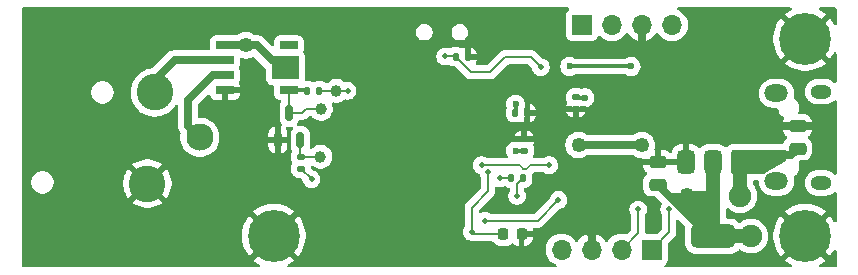
<source format=gbr>
%TF.GenerationSoftware,KiCad,Pcbnew,9.0.0*%
%TF.CreationDate,2025-03-28T00:52:52+01:00*%
%TF.ProjectId,DMX-Adapter-small-V3,444d582d-4164-4617-9074-65722d736d61,rev?*%
%TF.SameCoordinates,Original*%
%TF.FileFunction,Copper,L2,Bot*%
%TF.FilePolarity,Positive*%
%FSLAX46Y46*%
G04 Gerber Fmt 4.6, Leading zero omitted, Abs format (unit mm)*
G04 Created by KiCad (PCBNEW 9.0.0) date 2025-03-28 00:52:52*
%MOMM*%
%LPD*%
G01*
G04 APERTURE LIST*
G04 Aperture macros list*
%AMRoundRect*
0 Rectangle with rounded corners*
0 $1 Rounding radius*
0 $2 $3 $4 $5 $6 $7 $8 $9 X,Y pos of 4 corners*
0 Add a 4 corners polygon primitive as box body*
4,1,4,$2,$3,$4,$5,$6,$7,$8,$9,$2,$3,0*
0 Add four circle primitives for the rounded corners*
1,1,$1+$1,$2,$3*
1,1,$1+$1,$4,$5*
1,1,$1+$1,$6,$7*
1,1,$1+$1,$8,$9*
0 Add four rect primitives between the rounded corners*
20,1,$1+$1,$2,$3,$4,$5,0*
20,1,$1+$1,$4,$5,$6,$7,0*
20,1,$1+$1,$6,$7,$8,$9,0*
20,1,$1+$1,$8,$9,$2,$3,0*%
G04 Aperture macros list end*
%TA.AperFunction,SMDPad,CuDef*%
%ADD10C,1.000000*%
%TD*%
%TA.AperFunction,SMDPad,CuDef*%
%ADD11RoundRect,0.135000X0.135000X0.185000X-0.135000X0.185000X-0.135000X-0.185000X0.135000X-0.185000X0*%
%TD*%
%TA.AperFunction,SMDPad,CuDef*%
%ADD12RoundRect,0.225000X-0.225000X-0.250000X0.225000X-0.250000X0.225000X0.250000X-0.225000X0.250000X0*%
%TD*%
%TA.AperFunction,ComponentPad*%
%ADD13R,1.700000X1.700000*%
%TD*%
%TA.AperFunction,ComponentPad*%
%ADD14O,1.700000X1.700000*%
%TD*%
%TA.AperFunction,ComponentPad*%
%ADD15C,4.400000*%
%TD*%
%TA.AperFunction,ComponentPad*%
%ADD16C,3.100000*%
%TD*%
%TA.AperFunction,ComponentPad*%
%ADD17C,2.300000*%
%TD*%
%TA.AperFunction,HeatsinkPad*%
%ADD18O,1.800000X1.150000*%
%TD*%
%TA.AperFunction,HeatsinkPad*%
%ADD19O,2.000000X1.450000*%
%TD*%
%TA.AperFunction,SMDPad,CuDef*%
%ADD20R,1.528000X0.650000*%
%TD*%
%TA.AperFunction,SMDPad,CuDef*%
%ADD21RoundRect,0.135000X0.185000X-0.135000X0.185000X0.135000X-0.185000X0.135000X-0.185000X-0.135000X0*%
%TD*%
%TA.AperFunction,SMDPad,CuDef*%
%ADD22RoundRect,0.150000X0.150000X-0.512500X0.150000X0.512500X-0.150000X0.512500X-0.150000X-0.512500X0*%
%TD*%
%TA.AperFunction,SMDPad,CuDef*%
%ADD23RoundRect,0.140000X-0.140000X-0.170000X0.140000X-0.170000X0.140000X0.170000X-0.140000X0.170000X0*%
%TD*%
%TA.AperFunction,SMDPad,CuDef*%
%ADD24RoundRect,0.140000X0.170000X-0.140000X0.170000X0.140000X-0.170000X0.140000X-0.170000X-0.140000X0*%
%TD*%
%TA.AperFunction,SMDPad,CuDef*%
%ADD25RoundRect,0.375000X-0.375000X0.625000X-0.375000X-0.625000X0.375000X-0.625000X0.375000X0.625000X0*%
%TD*%
%TA.AperFunction,SMDPad,CuDef*%
%ADD26RoundRect,0.500000X-1.400000X0.500000X-1.400000X-0.500000X1.400000X-0.500000X1.400000X0.500000X0*%
%TD*%
%TA.AperFunction,SMDPad,CuDef*%
%ADD27RoundRect,0.135000X-0.135000X-0.185000X0.135000X-0.185000X0.135000X0.185000X-0.135000X0.185000X0*%
%TD*%
%TA.AperFunction,SMDPad,CuDef*%
%ADD28RoundRect,0.250000X0.475000X-0.250000X0.475000X0.250000X-0.475000X0.250000X-0.475000X-0.250000X0*%
%TD*%
%TA.AperFunction,SMDPad,CuDef*%
%ADD29RoundRect,0.140000X-0.170000X0.140000X-0.170000X-0.140000X0.170000X-0.140000X0.170000X0.140000X0*%
%TD*%
%TA.AperFunction,ViaPad*%
%ADD30C,0.500000*%
%TD*%
%TA.AperFunction,ViaPad*%
%ADD31C,0.600000*%
%TD*%
%TA.AperFunction,ViaPad*%
%ADD32C,1.250000*%
%TD*%
%TA.AperFunction,ViaPad*%
%ADD33C,1.900000*%
%TD*%
%TA.AperFunction,Conductor*%
%ADD34C,0.200000*%
%TD*%
%TA.AperFunction,Conductor*%
%ADD35C,0.300000*%
%TD*%
%TA.AperFunction,Conductor*%
%ADD36C,0.700000*%
%TD*%
%TA.AperFunction,Conductor*%
%ADD37C,1.200000*%
%TD*%
G04 APERTURE END LIST*
D10*
%TO.P,TP3,1,1*%
%TO.N,Net-(Q2-G)*%
X160800000Y-38150000D03*
%TD*%
%TO.P,TP2,1,1*%
%TO.N,Net-(Q2-D)*%
X160850000Y-34100000D03*
%TD*%
%TO.P,TP1,1,1*%
%TO.N,USART_TX_DMX*%
X162150000Y-32550000D03*
%TD*%
D11*
%TO.P,R5,1*%
%TO.N,STAT_LED*%
X177970000Y-39950000D03*
%TO.P,R5,2*%
%TO.N,Net-(D2-A)*%
X176950000Y-39950000D03*
%TD*%
D12*
%TO.P,C14,1*%
%TO.N,NRST*%
X176275000Y-44700000D03*
%TO.P,C14,2*%
%TO.N,GND*%
X177825000Y-44700000D03*
%TD*%
D13*
%TO.P,J3,1,Pin_1*%
%TO.N,SWCLK*%
X182950000Y-27000000D03*
D14*
%TO.P,J3,2,Pin_2*%
%TO.N,SWDIO*%
X185490000Y-27000000D03*
%TO.P,J3,3,Pin_3*%
%TO.N,GND*%
X188030000Y-27000000D03*
%TO.P,J3,4,Pin_4*%
%TO.N,+3V3*%
X190570000Y-27000000D03*
%TD*%
D15*
%TO.P,H1,1,1*%
%TO.N,GND*%
X201850000Y-28150000D03*
%TD*%
%TO.P,H2,1,1*%
%TO.N,GND*%
X201850000Y-44850000D03*
%TD*%
D13*
%TO.P,J2,1,Pin_1*%
%TO.N,USART_RX*%
X188840000Y-46000000D03*
D14*
%TO.P,J2,2,Pin_2*%
%TO.N,USART_TX*%
X186300000Y-46000000D03*
%TO.P,J2,3,Pin_3*%
%TO.N,GND*%
X183760000Y-46000000D03*
%TO.P,J2,4,Pin_4*%
%TO.N,+3V3*%
X181220000Y-46000000D03*
%TD*%
D16*
%TO.P,J4,1*%
%TO.N,GND*%
X146150000Y-40410000D03*
%TO.P,J4,2*%
%TO.N,DMX-*%
X146785000Y-32690000D03*
D17*
%TO.P,J4,3*%
%TO.N,DMX+*%
X150600000Y-36500000D03*
%TD*%
D15*
%TO.P,H3,1,1*%
%TO.N,GND*%
X156850000Y-44850000D03*
%TD*%
D18*
%TO.P,J1,6,Shield*%
%TO.N,unconnected-(J1-Shield-Pad6)_2*%
X203200000Y-40375000D03*
D19*
%TO.N,unconnected-(J1-Shield-Pad6)_3*%
X199400000Y-40225000D03*
%TO.N,unconnected-(J1-Shield-Pad6)*%
X199400000Y-32775000D03*
D18*
%TO.N,unconnected-(J1-Shield-Pad6)_1*%
X203200000Y-32625000D03*
%TD*%
D11*
%TO.P,R2,1*%
%TO.N,USART_TX_DMX*%
X160720000Y-32550000D03*
%TO.P,R2,2*%
%TO.N,Net-(Q2-D)*%
X159700000Y-32550000D03*
%TD*%
D20*
%TO.P,U2,1,R*%
%TO.N,unconnected-(U2-R-Pad1)*%
X158122000Y-28700000D03*
%TO.P,U2,2,-RE*%
%TO.N,+5V*%
X158122000Y-29970000D03*
%TO.P,U2,3,DE*%
X158122000Y-31240000D03*
%TO.P,U2,4,D*%
%TO.N,Net-(Q2-D)*%
X158122000Y-32510000D03*
%TO.P,U2,5,GND*%
%TO.N,GND*%
X152700000Y-32510000D03*
%TO.P,U2,6,A*%
%TO.N,DMX+*%
X152700000Y-31240000D03*
%TO.P,U2,7,B*%
%TO.N,DMX-*%
X152700000Y-29970000D03*
%TO.P,U2,8,VCC*%
%TO.N,+5V*%
X152700000Y-28700000D03*
%TD*%
D21*
%TO.P,R8,1*%
%TO.N,DMX_INT*%
X159150000Y-39170000D03*
%TO.P,R8,2*%
%TO.N,Net-(Q2-G)*%
X159150000Y-38150000D03*
%TD*%
D22*
%TO.P,Q2,1,G*%
%TO.N,Net-(Q2-G)*%
X159100000Y-36700000D03*
%TO.P,Q2,2,S*%
%TO.N,GND*%
X157200000Y-36700000D03*
%TO.P,Q2,3,D*%
%TO.N,Net-(Q2-D)*%
X158150000Y-34425000D03*
%TD*%
D23*
%TO.P,C2,1*%
%TO.N,+3V3*%
X177310000Y-34430000D03*
%TO.P,C2,2*%
%TO.N,GND*%
X178270000Y-34430000D03*
%TD*%
D24*
%TO.P,C4,1*%
%TO.N,+3V3*%
X178070000Y-37630000D03*
%TO.P,C4,2*%
%TO.N,GND*%
X178070000Y-36670000D03*
%TD*%
D25*
%TO.P,U3,1,GND*%
%TO.N,GND*%
X191750000Y-38575000D03*
%TO.P,U3,2,VO*%
%TO.N,+3V3*%
X194050000Y-38575000D03*
D26*
X194050000Y-44875000D03*
D25*
%TO.P,U3,3,VI*%
%TO.N,+5V*%
X196350000Y-38575000D03*
%TD*%
D27*
%TO.P,R6,1*%
%TO.N,BOOT0*%
X172250000Y-29675000D03*
%TO.P,R6,2*%
%TO.N,GND*%
X173270000Y-29675000D03*
%TD*%
D28*
%TO.P,C11,1*%
%TO.N,+3V3*%
X189350000Y-40500000D03*
%TO.P,C11,2*%
%TO.N,GND*%
X189350000Y-38600000D03*
%TD*%
D29*
%TO.P,C3,1*%
%TO.N,+3V3*%
X182420000Y-33120000D03*
%TO.P,C3,2*%
%TO.N,GND*%
X182420000Y-34080000D03*
%TD*%
D28*
%TO.P,C10,1*%
%TO.N,+5V*%
X201200000Y-37450000D03*
%TO.P,C10,2*%
%TO.N,GND*%
X201200000Y-35550000D03*
%TD*%
D30*
%TO.N,GND*%
X174163909Y-39913909D03*
%TO.N,Net-(D2-A)*%
X176000000Y-39950000D03*
%TO.N,STAT_LED*%
X177450000Y-41450000D03*
D31*
%TO.N,+3V3*%
X181900000Y-30500000D03*
D32*
X191875000Y-41375000D03*
X188000000Y-37150000D03*
D31*
X177320000Y-33680000D03*
X177320000Y-37630000D03*
X183183694Y-33153606D03*
D33*
X197250000Y-44850000D03*
D32*
X182650000Y-37150000D03*
D31*
X187100000Y-30500000D03*
D32*
%TO.N,GND*%
X154500000Y-32500000D03*
D31*
X174500000Y-33350000D03*
X174000000Y-37800000D03*
D30*
X198050000Y-33900000D03*
D31*
X177320000Y-36680000D03*
X186000000Y-39800000D03*
D30*
X199050000Y-34600000D03*
X198050000Y-34600000D03*
D31*
X183120000Y-34080000D03*
X178270000Y-33230000D03*
D32*
X160350000Y-28300000D03*
X162400000Y-28300000D03*
D30*
X177600000Y-46400000D03*
X198550000Y-34250000D03*
D31*
X182700000Y-42550000D03*
X172650000Y-35600000D03*
X166750000Y-35950000D03*
%TO.N,+5V*%
X199350000Y-38525000D03*
D33*
X196350000Y-41450000D03*
D31*
X197600000Y-38575000D03*
D32*
X154500000Y-28700000D03*
D31*
X197600000Y-37875000D03*
X198400000Y-38825000D03*
X197600000Y-39275000D03*
D30*
%TO.N,USART_TX*%
X187700000Y-42600000D03*
%TO.N,USART_RX*%
X190318630Y-42600001D03*
%TO.N,DMX_INT*%
X180950000Y-41800000D03*
X174750000Y-43550000D03*
X160050000Y-40050000D03*
%TO.N,USART_TX_DMX*%
X180150000Y-38850000D03*
X163100000Y-32550000D03*
X174450000Y-38850000D03*
%TO.N,NRST*%
X175000000Y-39400000D03*
X173599000Y-44499000D03*
%TO.N,BOOT0*%
X179450000Y-30550000D03*
X171350000Y-29650000D03*
%TD*%
D34*
%TO.N,Net-(Q2-G)*%
X160800000Y-38150000D02*
X159150000Y-38150000D01*
%TO.N,Net-(Q2-D)*%
X158150000Y-34425000D02*
X159225000Y-34425000D01*
X159550000Y-34100000D02*
X160850000Y-34100000D01*
X159225000Y-34425000D02*
X159550000Y-34100000D01*
%TO.N,Net-(D2-A)*%
X176950000Y-39950000D02*
X176000000Y-39950000D01*
%TO.N,STAT_LED*%
X177450000Y-40470000D02*
X177970000Y-39950000D01*
X177450000Y-41450000D02*
X177450000Y-40470000D01*
%TO.N,NRST*%
X176275000Y-44700000D02*
X173800000Y-44700000D01*
X173800000Y-44700000D02*
X173599000Y-44499000D01*
D35*
%TO.N,+3V3*%
X182453606Y-33153606D02*
X182420000Y-33120000D01*
X177320000Y-33680000D02*
X177320000Y-34420000D01*
D36*
X189350000Y-40500000D02*
X191900000Y-43050000D01*
X188000000Y-37150000D02*
X182650000Y-37150000D01*
D37*
X194050000Y-38575000D02*
X194050000Y-41400000D01*
D36*
X193725000Y-44875000D02*
X194050000Y-44875000D01*
D35*
X183183694Y-33153606D02*
X182453606Y-33153606D01*
D37*
X197225000Y-44875000D02*
X197250000Y-44850000D01*
D35*
X181900000Y-30500000D02*
X187100000Y-30500000D01*
D36*
X191900000Y-43050000D02*
X193725000Y-44875000D01*
X191900000Y-41400000D02*
X194050000Y-41400000D01*
D37*
X194050000Y-44875000D02*
X197225000Y-44875000D01*
D35*
X177320000Y-37630000D02*
X178070000Y-37630000D01*
D37*
X194050000Y-41400000D02*
X194050000Y-44875000D01*
D36*
X191875000Y-41375000D02*
X191900000Y-41400000D01*
D35*
X177320000Y-34420000D02*
X177310000Y-34430000D01*
D36*
X191900000Y-41400000D02*
X191900000Y-43050000D01*
D35*
%TO.N,GND*%
X183120000Y-34080000D02*
X182420000Y-34080000D01*
D36*
X183760000Y-46000000D02*
X183760000Y-44660000D01*
D35*
X178270000Y-33230000D02*
X178270000Y-34430000D01*
D36*
X201200000Y-35550000D02*
X202550000Y-35550000D01*
X188030000Y-27000000D02*
X188030000Y-28430000D01*
D35*
X178060000Y-36680000D02*
X178070000Y-36670000D01*
D36*
X183760000Y-44660000D02*
X183750000Y-44650000D01*
X201200000Y-35550000D02*
X199850000Y-35550000D01*
D35*
X177320000Y-36680000D02*
X178060000Y-36680000D01*
D36*
%TO.N,+5V*%
X154500000Y-28700000D02*
X155400000Y-28700000D01*
X200650000Y-38000000D02*
X199950000Y-38000000D01*
X156670000Y-29970000D02*
X158122000Y-29970000D01*
D37*
X196350000Y-38575000D02*
X196350000Y-41450000D01*
D36*
X201200000Y-37450000D02*
X200650000Y-38000000D01*
X152700000Y-28700000D02*
X154500000Y-28700000D01*
X155400000Y-28700000D02*
X156670000Y-29970000D01*
D34*
%TO.N,USART_TX*%
X187700000Y-44600000D02*
X186300000Y-46000000D01*
X187700000Y-42600000D02*
X187700000Y-44600000D01*
%TO.N,USART_RX*%
X190318630Y-44521370D02*
X188840000Y-46000000D01*
X190318630Y-42600001D02*
X190318630Y-44521370D01*
D36*
%TO.N,DMX-*%
X152700000Y-29970000D02*
X148467500Y-29970000D01*
X146785000Y-31652500D02*
X146785000Y-32690000D01*
X148467500Y-29970000D02*
X146785000Y-31652500D01*
%TO.N,DMX+*%
X149600000Y-35500000D02*
X150600000Y-36500000D01*
X149600000Y-33350000D02*
X149600000Y-35500000D01*
X151710000Y-31240000D02*
X149600000Y-33350000D01*
X152700000Y-31240000D02*
X151710000Y-31240000D01*
D34*
%TO.N,DMX_INT*%
X159170000Y-39170000D02*
X160050000Y-40050000D01*
X159150000Y-39170000D02*
X159170000Y-39170000D01*
X174750000Y-43550000D02*
X179200000Y-43550000D01*
X179200000Y-43550000D02*
X180950000Y-41800000D01*
%TO.N,Net-(Q2-D)*%
X158150000Y-32538000D02*
X158122000Y-32510000D01*
X158150000Y-34425000D02*
X158150000Y-32538000D01*
D35*
X159660000Y-32510000D02*
X159700000Y-32550000D01*
X158122000Y-32510000D02*
X159660000Y-32510000D01*
D34*
%TO.N,USART_TX_DMX*%
X160720000Y-32550000D02*
X163100000Y-32550000D01*
X178560236Y-38850000D02*
X178834164Y-38850000D01*
X177960236Y-39176072D02*
X178234164Y-39176072D01*
X174450000Y-38850000D02*
X177634164Y-38850000D01*
X178834164Y-38850000D02*
X180150000Y-38850000D01*
X177634164Y-38850000D02*
G75*
G02*
X177797200Y-39013036I36J-163000D01*
G01*
X178397200Y-39013036D02*
G75*
G02*
X178560236Y-38850000I163000J36D01*
G01*
X177797200Y-39013036D02*
G75*
G03*
X177960236Y-39176000I163000J36D01*
G01*
X178234164Y-39176072D02*
G75*
G03*
X178397272Y-39013036I36J163072D01*
G01*
%TO.N,NRST*%
X175000000Y-41050000D02*
X173599000Y-42451000D01*
X173599000Y-42451000D02*
X173599000Y-44499000D01*
X175000000Y-41050000D02*
X175000000Y-39400000D01*
%TO.N,BOOT0*%
X178600000Y-29700000D02*
X179450000Y-30550000D01*
X173550000Y-30975000D02*
X172250000Y-29675000D01*
X175175000Y-30975000D02*
X173550000Y-30975000D01*
X176450000Y-29700000D02*
X175175000Y-30975000D01*
X178600000Y-29700000D02*
X176450000Y-29700000D01*
X171350000Y-29650000D02*
X172225000Y-29650000D01*
X172225000Y-29650000D02*
X172250000Y-29675000D01*
%TO.N,Net-(Q2-G)*%
X159100000Y-36700000D02*
X159100000Y-38100000D01*
X159100000Y-38100000D02*
X159150000Y-38150000D01*
%TD*%
%TA.AperFunction,Conductor*%
%TO.N,+5V*%
G36*
X200193039Y-37594685D02*
G01*
X200238794Y-37647489D01*
X200250000Y-37699000D01*
X200250000Y-38356076D01*
X200230315Y-38423115D01*
X200191464Y-38461387D01*
X198430065Y-39556311D01*
X198364601Y-39575000D01*
X195724000Y-39575000D01*
X195656961Y-39555315D01*
X195611206Y-39502511D01*
X195600000Y-39451000D01*
X195600000Y-37699000D01*
X195619685Y-37631961D01*
X195672489Y-37586206D01*
X195724000Y-37575000D01*
X200126000Y-37575000D01*
X200193039Y-37594685D01*
G37*
%TD.AperFunction*%
%TD*%
%TA.AperFunction,Conductor*%
%TO.N,+3V3*%
G36*
X193493039Y-41269685D02*
G01*
X193538794Y-41322489D01*
X193550000Y-41374000D01*
X193550000Y-44026000D01*
X193547449Y-44034685D01*
X193548738Y-44043647D01*
X193537759Y-44067687D01*
X193530315Y-44093039D01*
X193523474Y-44098966D01*
X193519713Y-44107203D01*
X193497478Y-44121492D01*
X193477511Y-44138794D01*
X193466996Y-44141081D01*
X193460935Y-44144977D01*
X193426000Y-44150000D01*
X193251362Y-44150000D01*
X193184323Y-44130315D01*
X193163681Y-44113681D01*
X190511681Y-41461681D01*
X190478196Y-41400358D01*
X190483180Y-41330666D01*
X190525052Y-41274733D01*
X190590516Y-41250316D01*
X190599362Y-41250000D01*
X193426000Y-41250000D01*
X193493039Y-41269685D01*
G37*
%TD.AperFunction*%
%TD*%
%TA.AperFunction,Conductor*%
%TO.N,GND*%
G36*
X181826936Y-25520185D02*
G01*
X181872691Y-25572989D01*
X181882635Y-25642147D01*
X181853610Y-25705703D01*
X181834208Y-25723766D01*
X181742455Y-25792452D01*
X181742452Y-25792455D01*
X181656206Y-25907664D01*
X181656202Y-25907671D01*
X181605908Y-26042517D01*
X181599501Y-26102116D01*
X181599500Y-26102135D01*
X181599500Y-27897870D01*
X181599501Y-27897876D01*
X181605908Y-27957483D01*
X181656202Y-28092328D01*
X181656206Y-28092335D01*
X181742452Y-28207544D01*
X181742455Y-28207547D01*
X181857664Y-28293793D01*
X181857671Y-28293797D01*
X181992517Y-28344091D01*
X181992516Y-28344091D01*
X181999444Y-28344835D01*
X182052127Y-28350500D01*
X183847872Y-28350499D01*
X183907483Y-28344091D01*
X184042331Y-28293796D01*
X184157546Y-28207546D01*
X184243796Y-28092331D01*
X184292810Y-27960916D01*
X184334681Y-27904984D01*
X184400145Y-27880566D01*
X184468418Y-27895417D01*
X184496673Y-27916569D01*
X184610213Y-28030109D01*
X184782179Y-28155048D01*
X184782181Y-28155049D01*
X184782184Y-28155051D01*
X184971588Y-28251557D01*
X185173757Y-28317246D01*
X185383713Y-28350500D01*
X185383714Y-28350500D01*
X185596286Y-28350500D01*
X185596287Y-28350500D01*
X185806243Y-28317246D01*
X186008412Y-28251557D01*
X186197816Y-28155051D01*
X186284138Y-28092335D01*
X186369786Y-28030109D01*
X186369788Y-28030106D01*
X186369792Y-28030104D01*
X186520104Y-27879792D01*
X186520106Y-27879788D01*
X186520109Y-27879786D01*
X186645048Y-27707820D01*
X186645051Y-27707816D01*
X186649793Y-27698508D01*
X186697763Y-27647711D01*
X186765583Y-27630911D01*
X186831719Y-27653445D01*
X186870763Y-27698500D01*
X186875377Y-27707555D01*
X187000272Y-27879459D01*
X187000276Y-27879464D01*
X187150535Y-28029723D01*
X187150540Y-28029727D01*
X187322442Y-28154620D01*
X187511782Y-28251095D01*
X187713871Y-28316757D01*
X187780000Y-28327231D01*
X187780000Y-27433012D01*
X187837007Y-27465925D01*
X187964174Y-27500000D01*
X188095826Y-27500000D01*
X188222993Y-27465925D01*
X188280000Y-27433012D01*
X188280000Y-28327230D01*
X188346126Y-28316757D01*
X188346129Y-28316757D01*
X188548217Y-28251095D01*
X188737557Y-28154620D01*
X188909459Y-28029727D01*
X188909464Y-28029723D01*
X189059723Y-27879464D01*
X189059727Y-27879459D01*
X189184620Y-27707558D01*
X189189232Y-27698507D01*
X189237205Y-27647709D01*
X189305025Y-27630912D01*
X189371161Y-27653447D01*
X189410204Y-27698504D01*
X189414949Y-27707817D01*
X189539890Y-27879786D01*
X189690213Y-28030109D01*
X189862179Y-28155048D01*
X189862181Y-28155049D01*
X189862184Y-28155051D01*
X190051588Y-28251557D01*
X190253757Y-28317246D01*
X190463713Y-28350500D01*
X190463714Y-28350500D01*
X190676286Y-28350500D01*
X190676287Y-28350500D01*
X190886243Y-28317246D01*
X191088412Y-28251557D01*
X191277816Y-28155051D01*
X191364138Y-28092335D01*
X191449786Y-28030109D01*
X191449788Y-28030106D01*
X191449792Y-28030104D01*
X191600104Y-27879792D01*
X191600106Y-27879788D01*
X191600109Y-27879786D01*
X191725048Y-27707820D01*
X191725047Y-27707820D01*
X191725051Y-27707816D01*
X191821557Y-27518412D01*
X191887246Y-27316243D01*
X191920500Y-27106287D01*
X191920500Y-26893713D01*
X191887246Y-26683757D01*
X191821557Y-26481588D01*
X191725051Y-26292184D01*
X191725049Y-26292181D01*
X191725048Y-26292179D01*
X191600109Y-26120213D01*
X191449786Y-25969890D01*
X191277820Y-25844951D01*
X191088414Y-25748444D01*
X191088413Y-25748443D01*
X191088412Y-25748443D01*
X191069907Y-25742430D01*
X191012232Y-25702994D01*
X190985034Y-25638635D01*
X190996949Y-25569789D01*
X191044193Y-25518313D01*
X191108226Y-25500500D01*
X200585599Y-25500500D01*
X200652638Y-25520185D01*
X200698393Y-25572989D01*
X200708337Y-25642147D01*
X200679312Y-25705703D01*
X200639401Y-25736220D01*
X200541903Y-25783172D01*
X200285127Y-25944515D01*
X200125425Y-26071871D01*
X201267263Y-27213709D01*
X201133398Y-27310967D01*
X201010967Y-27433398D01*
X200913709Y-27567263D01*
X199771871Y-26425425D01*
X199644515Y-26585127D01*
X199483172Y-26841903D01*
X199351598Y-27115119D01*
X199351592Y-27115133D01*
X199251438Y-27401354D01*
X199251434Y-27401366D01*
X199183954Y-27697017D01*
X199183952Y-27697033D01*
X199150000Y-27998366D01*
X199150000Y-28301633D01*
X199183952Y-28602966D01*
X199183954Y-28602982D01*
X199251434Y-28898633D01*
X199251438Y-28898645D01*
X199351592Y-29184866D01*
X199351598Y-29184880D01*
X199483172Y-29458096D01*
X199644515Y-29714872D01*
X199771871Y-29874573D01*
X200913708Y-28732735D01*
X201010967Y-28866602D01*
X201133398Y-28989033D01*
X201267262Y-29086290D01*
X200125425Y-30228127D01*
X200285127Y-30355484D01*
X200541903Y-30516827D01*
X200815119Y-30648401D01*
X200815133Y-30648407D01*
X201101354Y-30748561D01*
X201101366Y-30748565D01*
X201397017Y-30816045D01*
X201397033Y-30816047D01*
X201698366Y-30849999D01*
X201698368Y-30850000D01*
X202001632Y-30850000D01*
X202001633Y-30849999D01*
X202302966Y-30816047D01*
X202302982Y-30816045D01*
X202598633Y-30748565D01*
X202598645Y-30748561D01*
X202884866Y-30648407D01*
X202884880Y-30648401D01*
X203158096Y-30516827D01*
X203414872Y-30355484D01*
X203574573Y-30228126D01*
X202432737Y-29086290D01*
X202566602Y-28989033D01*
X202689033Y-28866602D01*
X202786290Y-28732737D01*
X203928126Y-29874573D01*
X204055484Y-29714872D01*
X204216829Y-29458093D01*
X204263780Y-29360599D01*
X204310602Y-29308739D01*
X204378029Y-29290426D01*
X204444653Y-29311474D01*
X204489322Y-29365200D01*
X204499500Y-29414400D01*
X204499500Y-31779151D01*
X204479815Y-31846190D01*
X204427011Y-31891945D01*
X204357853Y-31901889D01*
X204294297Y-31872864D01*
X204287819Y-31866832D01*
X204225639Y-31804652D01*
X204225634Y-31804648D01*
X204088688Y-31705152D01*
X204088687Y-31705151D01*
X204088685Y-31705150D01*
X204024573Y-31672483D01*
X203937853Y-31628296D01*
X203776847Y-31575981D01*
X203609649Y-31549500D01*
X203609644Y-31549500D01*
X202790356Y-31549500D01*
X202790351Y-31549500D01*
X202623152Y-31575981D01*
X202462146Y-31628296D01*
X202311311Y-31705152D01*
X202174365Y-31804648D01*
X202174360Y-31804652D01*
X202054652Y-31924360D01*
X202054648Y-31924365D01*
X201955152Y-32061311D01*
X201878296Y-32212146D01*
X201825981Y-32373152D01*
X201799500Y-32540350D01*
X201799500Y-32709649D01*
X201825981Y-32876847D01*
X201878296Y-33037853D01*
X201926750Y-33132948D01*
X201952307Y-33183106D01*
X201955152Y-33188688D01*
X202054648Y-33325634D01*
X202054652Y-33325639D01*
X202174360Y-33445347D01*
X202174365Y-33445351D01*
X202293817Y-33532137D01*
X202311315Y-33544850D01*
X202395464Y-33587726D01*
X202462146Y-33621703D01*
X202462148Y-33621703D01*
X202462151Y-33621705D01*
X202519993Y-33640499D01*
X202623152Y-33674018D01*
X202790351Y-33700500D01*
X202790356Y-33700500D01*
X203609649Y-33700500D01*
X203776847Y-33674018D01*
X203808005Y-33663894D01*
X203937849Y-33621705D01*
X204088685Y-33544850D01*
X204225641Y-33445346D01*
X204287819Y-33383168D01*
X204349142Y-33349683D01*
X204418834Y-33354667D01*
X204474767Y-33396539D01*
X204499184Y-33462003D01*
X204499500Y-33470849D01*
X204499500Y-39529151D01*
X204479815Y-39596190D01*
X204427011Y-39641945D01*
X204357853Y-39651889D01*
X204294297Y-39622864D01*
X204287819Y-39616832D01*
X204225639Y-39554652D01*
X204225634Y-39554648D01*
X204088688Y-39455152D01*
X204088687Y-39455151D01*
X204088685Y-39455150D01*
X204041582Y-39431150D01*
X203937853Y-39378296D01*
X203776847Y-39325981D01*
X203609649Y-39299500D01*
X203609644Y-39299500D01*
X202790356Y-39299500D01*
X202790351Y-39299500D01*
X202623152Y-39325981D01*
X202462146Y-39378296D01*
X202311311Y-39455152D01*
X202174365Y-39554648D01*
X202174360Y-39554652D01*
X202054652Y-39674360D01*
X202054648Y-39674365D01*
X201955152Y-39811311D01*
X201878296Y-39962146D01*
X201825981Y-40123152D01*
X201799500Y-40290350D01*
X201799500Y-40459649D01*
X201825981Y-40626847D01*
X201878296Y-40787853D01*
X201955152Y-40938688D01*
X202054648Y-41075634D01*
X202054652Y-41075639D01*
X202174360Y-41195347D01*
X202174365Y-41195351D01*
X202223552Y-41231087D01*
X202311315Y-41294850D01*
X202391768Y-41335843D01*
X202462146Y-41371703D01*
X202462148Y-41371703D01*
X202462151Y-41371705D01*
X202548450Y-41399745D01*
X202623152Y-41424018D01*
X202790351Y-41450500D01*
X202790356Y-41450500D01*
X203609649Y-41450500D01*
X203776847Y-41424018D01*
X203788216Y-41420324D01*
X203937849Y-41371705D01*
X204088685Y-41294850D01*
X204225641Y-41195346D01*
X204287819Y-41133168D01*
X204349142Y-41099683D01*
X204418834Y-41104667D01*
X204474767Y-41146539D01*
X204499184Y-41212003D01*
X204499500Y-41220849D01*
X204499500Y-43585599D01*
X204479815Y-43652638D01*
X204427011Y-43698393D01*
X204357853Y-43708337D01*
X204294297Y-43679312D01*
X204263780Y-43639401D01*
X204216827Y-43541903D01*
X204055484Y-43285127D01*
X203928127Y-43125425D01*
X202786290Y-44267262D01*
X202689033Y-44133398D01*
X202566602Y-44010967D01*
X202432736Y-43913709D01*
X203574573Y-42771871D01*
X203414872Y-42644515D01*
X203158096Y-42483172D01*
X202884880Y-42351598D01*
X202884866Y-42351592D01*
X202598645Y-42251438D01*
X202598633Y-42251434D01*
X202302982Y-42183954D01*
X202302966Y-42183952D01*
X202001633Y-42150000D01*
X201698366Y-42150000D01*
X201397033Y-42183952D01*
X201397017Y-42183954D01*
X201101366Y-42251434D01*
X201101354Y-42251438D01*
X200815133Y-42351592D01*
X200815119Y-42351598D01*
X200541903Y-42483172D01*
X200285127Y-42644515D01*
X200125425Y-42771871D01*
X201267263Y-43913709D01*
X201133398Y-44010967D01*
X201010967Y-44133398D01*
X200913709Y-44267263D01*
X199771871Y-43125425D01*
X199644515Y-43285127D01*
X199483172Y-43541903D01*
X199351598Y-43815119D01*
X199351592Y-43815133D01*
X199251438Y-44101354D01*
X199251434Y-44101366D01*
X199183954Y-44397017D01*
X199183952Y-44397033D01*
X199150000Y-44698366D01*
X199150000Y-45001633D01*
X199183952Y-45302966D01*
X199183954Y-45302982D01*
X199251434Y-45598633D01*
X199251438Y-45598645D01*
X199351592Y-45884866D01*
X199351598Y-45884880D01*
X199483172Y-46158096D01*
X199644515Y-46414872D01*
X199771871Y-46574573D01*
X200913708Y-45432735D01*
X201010967Y-45566602D01*
X201133398Y-45689033D01*
X201267262Y-45786290D01*
X200125425Y-46928127D01*
X200285127Y-47055484D01*
X200541903Y-47216827D01*
X200639401Y-47263780D01*
X200691260Y-47310603D01*
X200709573Y-47378030D01*
X200688525Y-47444654D01*
X200634799Y-47489322D01*
X200585599Y-47499500D01*
X190030103Y-47499500D01*
X189963064Y-47479815D01*
X189917309Y-47427011D01*
X189907365Y-47357853D01*
X189936390Y-47294297D01*
X189955792Y-47276234D01*
X190035148Y-47216827D01*
X190047546Y-47207546D01*
X190133796Y-47092331D01*
X190184091Y-46957483D01*
X190190500Y-46897873D01*
X190190499Y-45550097D01*
X190210184Y-45483059D01*
X190226818Y-45462417D01*
X190485681Y-45203554D01*
X190799150Y-44890086D01*
X190878207Y-44753154D01*
X190919131Y-44600427D01*
X190919131Y-44442312D01*
X190919131Y-44434717D01*
X190919130Y-44434699D01*
X190919130Y-43571281D01*
X190938815Y-43504242D01*
X190991619Y-43458487D01*
X191060777Y-43448543D01*
X191124333Y-43477568D01*
X191130811Y-43483600D01*
X191649585Y-44002374D01*
X191683070Y-44063697D01*
X191681120Y-44124165D01*
X191660114Y-44197579D01*
X191660113Y-44197586D01*
X191657162Y-44230784D01*
X191650805Y-44302292D01*
X191649500Y-44316966D01*
X191649500Y-45433028D01*
X191649501Y-45433034D01*
X191660113Y-45552415D01*
X191716089Y-45748045D01*
X191716090Y-45748048D01*
X191716091Y-45748049D01*
X191810302Y-45928407D01*
X191822233Y-45943039D01*
X191938890Y-46086109D01*
X191963637Y-46106287D01*
X192096593Y-46214698D01*
X192276951Y-46308909D01*
X192472582Y-46364886D01*
X192591963Y-46375500D01*
X195508036Y-46375499D01*
X195627418Y-46364886D01*
X195823049Y-46308909D01*
X196003407Y-46214698D01*
X196161109Y-46086109D01*
X196206980Y-46029851D01*
X196264600Y-45990335D01*
X196334438Y-45988243D01*
X196375968Y-46007895D01*
X196436417Y-46051814D01*
X196489772Y-46090579D01*
X196585884Y-46139550D01*
X196693196Y-46194229D01*
X196693198Y-46194229D01*
X196693201Y-46194231D01*
X196756192Y-46214698D01*
X196910339Y-46264784D01*
X197135838Y-46300500D01*
X197135843Y-46300500D01*
X197364162Y-46300500D01*
X197589660Y-46264784D01*
X197806799Y-46194231D01*
X198010228Y-46090579D01*
X198194937Y-45956379D01*
X198356379Y-45794937D01*
X198490579Y-45610228D01*
X198594231Y-45406799D01*
X198664784Y-45189660D01*
X198668835Y-45164084D01*
X198700500Y-44964162D01*
X198700500Y-44735838D01*
X198697087Y-44714291D01*
X198697087Y-44714290D01*
X198664784Y-44510339D01*
X198629470Y-44401656D01*
X198594231Y-44293201D01*
X198594229Y-44293198D01*
X198594229Y-44293196D01*
X198517957Y-44143505D01*
X198490579Y-44089772D01*
X198356379Y-43905063D01*
X198194937Y-43743621D01*
X198010228Y-43609421D01*
X197806803Y-43505770D01*
X197589660Y-43435215D01*
X197364162Y-43399500D01*
X197364157Y-43399500D01*
X197135843Y-43399500D01*
X197135838Y-43399500D01*
X196910339Y-43435215D01*
X196693196Y-43505770D01*
X196489771Y-43609421D01*
X196350366Y-43710706D01*
X196284559Y-43734186D01*
X196216505Y-43718361D01*
X196181378Y-43688748D01*
X196161111Y-43663892D01*
X196003409Y-43535304D01*
X196003410Y-43535304D01*
X196003407Y-43535302D01*
X195823049Y-43441091D01*
X195823048Y-43441090D01*
X195823045Y-43441089D01*
X195705829Y-43407550D01*
X195627418Y-43385114D01*
X195627415Y-43385113D01*
X195627413Y-43385113D01*
X195554631Y-43378642D01*
X195508037Y-43374500D01*
X195508033Y-43374500D01*
X195274500Y-43374500D01*
X195207461Y-43354815D01*
X195161706Y-43302011D01*
X195150500Y-43250500D01*
X195150500Y-42601178D01*
X195170185Y-42534139D01*
X195222989Y-42488384D01*
X195292147Y-42478440D01*
X195355703Y-42507465D01*
X195362181Y-42513497D01*
X195405063Y-42556379D01*
X195589772Y-42690579D01*
X195685884Y-42739550D01*
X195793196Y-42794229D01*
X195793198Y-42794229D01*
X195793201Y-42794231D01*
X195898187Y-42828343D01*
X196010339Y-42864784D01*
X196235838Y-42900500D01*
X196235843Y-42900500D01*
X196464162Y-42900500D01*
X196689660Y-42864784D01*
X196717925Y-42855600D01*
X196906799Y-42794231D01*
X196950683Y-42771871D01*
X197072440Y-42709833D01*
X197075851Y-42708094D01*
X197110228Y-42690579D01*
X197294937Y-42556379D01*
X197456379Y-42394937D01*
X197590579Y-42210228D01*
X197694231Y-42006799D01*
X197764784Y-41789660D01*
X197779761Y-41695101D01*
X197800500Y-41564162D01*
X197800500Y-41335837D01*
X197764784Y-41110339D01*
X197716011Y-40960232D01*
X197694231Y-40893201D01*
X197694229Y-40893198D01*
X197694229Y-40893196D01*
X197628172Y-40763553D01*
X197590579Y-40689772D01*
X197474181Y-40529566D01*
X197450702Y-40463761D01*
X197450500Y-40456681D01*
X197450500Y-40204500D01*
X197453050Y-40195814D01*
X197451762Y-40186853D01*
X197462740Y-40162812D01*
X197470185Y-40137461D01*
X197477025Y-40131533D01*
X197480787Y-40123297D01*
X197503021Y-40109007D01*
X197522989Y-40091706D01*
X197533503Y-40089418D01*
X197539565Y-40085523D01*
X197574500Y-40080500D01*
X197775500Y-40080500D01*
X197842539Y-40100185D01*
X197888294Y-40152989D01*
X197899500Y-40204500D01*
X197899500Y-40321449D01*
X197906495Y-40365614D01*
X197929675Y-40511969D01*
X197929676Y-40511972D01*
X197989285Y-40695429D01*
X198076859Y-40867302D01*
X198190241Y-41023359D01*
X198326641Y-41159759D01*
X198482698Y-41273141D01*
X198654571Y-41360715D01*
X198838028Y-41420324D01*
X199028551Y-41450500D01*
X199028552Y-41450500D01*
X199771448Y-41450500D01*
X199771449Y-41450500D01*
X199961972Y-41420324D01*
X200145429Y-41360715D01*
X200317302Y-41273141D01*
X200473359Y-41159759D01*
X200609759Y-41023359D01*
X200723141Y-40867302D01*
X200810715Y-40695429D01*
X200870324Y-40511972D01*
X200900500Y-40321449D01*
X200900500Y-40128551D01*
X200870324Y-39938028D01*
X200863060Y-39915675D01*
X200861066Y-39845835D01*
X200897146Y-39786002D01*
X200912097Y-39774258D01*
X201024035Y-39699464D01*
X201149464Y-39574035D01*
X201248013Y-39426547D01*
X201315894Y-39262666D01*
X201327268Y-39205488D01*
X201350499Y-39088695D01*
X201350500Y-39088693D01*
X201350500Y-38911306D01*
X201350499Y-38911304D01*
X201315896Y-38737341D01*
X201315893Y-38737332D01*
X201301187Y-38701829D01*
X201288893Y-38672147D01*
X201286756Y-38652270D01*
X201279770Y-38633540D01*
X201283097Y-38618243D01*
X201281424Y-38602678D01*
X201290372Y-38584802D01*
X201294622Y-38565267D01*
X201311309Y-38542975D01*
X201312700Y-38540199D01*
X201315746Y-38537041D01*
X201365971Y-38486817D01*
X201427294Y-38453333D01*
X201453651Y-38450499D01*
X201725002Y-38450499D01*
X201725008Y-38450499D01*
X201827797Y-38439999D01*
X201994334Y-38384814D01*
X202143656Y-38292712D01*
X202267712Y-38168656D01*
X202359814Y-38019334D01*
X202414999Y-37852797D01*
X202425500Y-37750009D01*
X202425499Y-37149992D01*
X202422778Y-37123359D01*
X202414999Y-37047203D01*
X202414998Y-37047200D01*
X202402078Y-37008210D01*
X202359814Y-36880666D01*
X202267712Y-36731344D01*
X202143656Y-36607288D01*
X202140342Y-36605243D01*
X202138546Y-36603248D01*
X202137989Y-36602807D01*
X202138064Y-36602711D01*
X202093618Y-36553297D01*
X202082397Y-36484334D01*
X202110240Y-36420252D01*
X202140348Y-36394165D01*
X202143342Y-36392318D01*
X202267315Y-36268345D01*
X202359356Y-36119124D01*
X202359358Y-36119119D01*
X202414505Y-35952697D01*
X202414506Y-35952690D01*
X202424999Y-35849986D01*
X202425000Y-35849973D01*
X202425000Y-35800000D01*
X199975001Y-35800000D01*
X199975001Y-35849986D01*
X199985494Y-35952697D01*
X200040641Y-36119119D01*
X200040643Y-36119124D01*
X200132684Y-36268345D01*
X200256655Y-36392316D01*
X200256659Y-36392319D01*
X200259656Y-36394168D01*
X200261279Y-36395972D01*
X200262323Y-36396798D01*
X200262181Y-36396976D01*
X200306381Y-36446116D01*
X200317602Y-36515079D01*
X200289759Y-36579161D01*
X200259661Y-36605241D01*
X200256349Y-36607283D01*
X200256343Y-36607288D01*
X200132289Y-36731342D01*
X200040187Y-36880663D01*
X200040185Y-36880668D01*
X200038271Y-36886445D01*
X200005776Y-36984505D01*
X199966005Y-37041949D01*
X199901490Y-37068772D01*
X199888072Y-37069500D01*
X195724000Y-37069500D01*
X195723991Y-37069500D01*
X195723990Y-37069501D01*
X195616549Y-37081052D01*
X195616537Y-37081054D01*
X195565027Y-37092260D01*
X195462502Y-37126383D01*
X195462496Y-37126386D01*
X195341462Y-37204171D01*
X195341451Y-37204179D01*
X195288658Y-37249924D01*
X195228110Y-37319798D01*
X195169331Y-37357571D01*
X195099462Y-37357569D01*
X195053784Y-37330466D01*
X195052962Y-37331490D01*
X194899295Y-37207969D01*
X194899292Y-37207967D01*
X194728697Y-37123360D01*
X194543892Y-37077400D01*
X194522506Y-37075950D01*
X194501123Y-37074500D01*
X194501120Y-37074500D01*
X193598877Y-37074500D01*
X193598874Y-37074501D01*
X193556113Y-37077399D01*
X193556112Y-37077399D01*
X193371303Y-37123360D01*
X193200707Y-37207967D01*
X193200704Y-37207969D01*
X193052280Y-37327276D01*
X193052278Y-37327278D01*
X193034333Y-37349603D01*
X192996326Y-37396885D01*
X192938982Y-37436803D01*
X192869160Y-37439383D01*
X192809027Y-37403804D01*
X192803031Y-37396884D01*
X192747364Y-37327630D01*
X192599025Y-37208392D01*
X192599022Y-37208390D01*
X192428523Y-37123831D01*
X192243824Y-37077897D01*
X192201097Y-37075000D01*
X192000000Y-37075000D01*
X192000000Y-38451000D01*
X191980315Y-38518039D01*
X191927511Y-38563794D01*
X191876000Y-38575000D01*
X191750000Y-38575000D01*
X191750000Y-38701000D01*
X191730315Y-38768039D01*
X191677511Y-38813794D01*
X191626000Y-38825000D01*
X190695590Y-38825000D01*
X190654996Y-38847166D01*
X190628638Y-38850000D01*
X188125001Y-38850000D01*
X188125001Y-38899986D01*
X188135494Y-39002697D01*
X188190641Y-39169119D01*
X188190643Y-39169124D01*
X188282684Y-39318345D01*
X188406655Y-39442316D01*
X188406659Y-39442319D01*
X188409656Y-39444168D01*
X188411279Y-39445972D01*
X188412323Y-39446798D01*
X188412181Y-39446976D01*
X188456381Y-39496116D01*
X188467602Y-39565079D01*
X188439759Y-39629161D01*
X188409661Y-39655241D01*
X188406349Y-39657283D01*
X188406343Y-39657288D01*
X188282289Y-39781342D01*
X188190187Y-39930663D01*
X188190185Y-39930668D01*
X188174893Y-39976818D01*
X188135001Y-40097203D01*
X188135001Y-40097204D01*
X188135000Y-40097204D01*
X188124500Y-40199983D01*
X188124500Y-40800001D01*
X188124501Y-40800019D01*
X188135000Y-40902796D01*
X188135001Y-40902799D01*
X188190185Y-41069331D01*
X188190187Y-41069336D01*
X188220790Y-41118951D01*
X188282288Y-41218656D01*
X188406344Y-41342712D01*
X188555666Y-41434814D01*
X188722203Y-41489999D01*
X188824991Y-41500500D01*
X189096348Y-41500499D01*
X189163387Y-41520183D01*
X189184029Y-41536818D01*
X189676985Y-42029774D01*
X189710470Y-42091097D01*
X189705486Y-42160789D01*
X189692407Y-42186345D01*
X189653548Y-42244501D01*
X189653542Y-42244512D01*
X189596973Y-42381083D01*
X189596970Y-42381093D01*
X189568130Y-42526080D01*
X189568130Y-42526082D01*
X189568130Y-42526083D01*
X189568130Y-42673919D01*
X189568130Y-42673921D01*
X189568129Y-42673921D01*
X189596970Y-42818908D01*
X189596973Y-42818918D01*
X189653542Y-42955489D01*
X189653549Y-42955502D01*
X189697232Y-43020877D01*
X189718110Y-43087554D01*
X189718130Y-43089768D01*
X189718130Y-44221272D01*
X189698445Y-44288311D01*
X189681811Y-44308953D01*
X189377583Y-44613181D01*
X189316260Y-44646666D01*
X189289902Y-44649500D01*
X188424501Y-44649500D01*
X188415819Y-44646950D01*
X188406864Y-44648239D01*
X188382819Y-44637260D01*
X188357462Y-44629815D01*
X188351538Y-44622978D01*
X188343306Y-44619220D01*
X188329012Y-44596982D01*
X188311707Y-44577011D01*
X188309420Y-44566502D01*
X188305527Y-44560445D01*
X188300505Y-44525529D01*
X188300501Y-44525510D01*
X188300500Y-44513340D01*
X188300500Y-43089767D01*
X188320185Y-43022728D01*
X188321398Y-43020876D01*
X188365080Y-42955501D01*
X188365083Y-42955496D01*
X188365084Y-42955495D01*
X188421658Y-42818913D01*
X188447186Y-42690578D01*
X188450500Y-42673920D01*
X188450500Y-42526079D01*
X188421659Y-42381092D01*
X188421658Y-42381088D01*
X188421658Y-42381087D01*
X188417871Y-42371945D01*
X188365087Y-42244511D01*
X188365080Y-42244498D01*
X188282951Y-42121584D01*
X188282948Y-42121580D01*
X188178419Y-42017051D01*
X188178415Y-42017048D01*
X188055501Y-41934919D01*
X188055488Y-41934912D01*
X187918917Y-41878343D01*
X187918907Y-41878340D01*
X187773920Y-41849500D01*
X187773918Y-41849500D01*
X187626082Y-41849500D01*
X187626080Y-41849500D01*
X187481092Y-41878340D01*
X187481082Y-41878343D01*
X187344511Y-41934912D01*
X187344498Y-41934919D01*
X187221584Y-42017048D01*
X187221580Y-42017051D01*
X187117051Y-42121580D01*
X187117048Y-42121584D01*
X187034919Y-42244498D01*
X187034912Y-42244511D01*
X186978343Y-42381082D01*
X186978340Y-42381092D01*
X186949500Y-42526079D01*
X186949500Y-42526080D01*
X186949500Y-42526082D01*
X186949500Y-42673918D01*
X186949500Y-42673920D01*
X186949499Y-42673920D01*
X186978340Y-42818907D01*
X186978343Y-42818917D01*
X187034912Y-42955488D01*
X187034919Y-42955501D01*
X187078602Y-43020876D01*
X187099480Y-43087553D01*
X187099500Y-43089767D01*
X187099500Y-44299902D01*
X187079815Y-44366941D01*
X187063181Y-44387583D01*
X186784522Y-44666241D01*
X186723199Y-44699726D01*
X186658523Y-44696491D01*
X186616245Y-44682754D01*
X186476272Y-44660584D01*
X186406287Y-44649500D01*
X186193713Y-44649500D01*
X186145042Y-44657208D01*
X185983760Y-44682753D01*
X185781585Y-44748444D01*
X185592179Y-44844951D01*
X185420213Y-44969890D01*
X185269890Y-45120213D01*
X185144949Y-45292182D01*
X185140202Y-45301499D01*
X185092227Y-45352293D01*
X185024405Y-45369087D01*
X184958271Y-45346548D01*
X184919234Y-45301495D01*
X184914622Y-45292444D01*
X184789727Y-45120540D01*
X184789723Y-45120535D01*
X184639464Y-44970276D01*
X184639459Y-44970272D01*
X184467557Y-44845379D01*
X184278215Y-44748903D01*
X184076124Y-44683241D01*
X184010000Y-44672768D01*
X184010000Y-45566988D01*
X183952993Y-45534075D01*
X183825826Y-45500000D01*
X183694174Y-45500000D01*
X183567007Y-45534075D01*
X183510000Y-45566988D01*
X183510000Y-44672768D01*
X183509999Y-44672768D01*
X183443875Y-44683241D01*
X183241784Y-44748903D01*
X183052442Y-44845379D01*
X182880540Y-44970272D01*
X182880535Y-44970276D01*
X182730276Y-45120535D01*
X182730272Y-45120540D01*
X182605378Y-45292443D01*
X182600762Y-45301502D01*
X182552784Y-45352295D01*
X182484963Y-45369087D01*
X182418829Y-45346546D01*
X182379794Y-45301493D01*
X182375051Y-45292184D01*
X182375049Y-45292181D01*
X182375048Y-45292179D01*
X182250109Y-45120213D01*
X182099786Y-44969890D01*
X181927820Y-44844951D01*
X181738414Y-44748444D01*
X181738413Y-44748443D01*
X181738412Y-44748443D01*
X181536243Y-44682754D01*
X181536241Y-44682753D01*
X181536240Y-44682753D01*
X181374957Y-44657208D01*
X181326287Y-44649500D01*
X181113713Y-44649500D01*
X181065042Y-44657208D01*
X180903760Y-44682753D01*
X180701585Y-44748444D01*
X180512179Y-44844951D01*
X180340213Y-44969890D01*
X180189890Y-45120213D01*
X180064951Y-45292179D01*
X179968444Y-45481585D01*
X179902753Y-45683760D01*
X179869500Y-45893713D01*
X179869500Y-46106286D01*
X179901592Y-46308910D01*
X179902754Y-46316243D01*
X179922007Y-46375498D01*
X179968444Y-46518414D01*
X180064951Y-46707820D01*
X180189890Y-46879786D01*
X180340213Y-47030109D01*
X180512179Y-47155048D01*
X180512181Y-47155049D01*
X180512184Y-47155051D01*
X180701588Y-47251557D01*
X180720092Y-47257569D01*
X180777768Y-47297006D01*
X180804966Y-47361365D01*
X180793051Y-47430211D01*
X180745807Y-47481687D01*
X180681774Y-47499500D01*
X158114401Y-47499500D01*
X158047362Y-47479815D01*
X158001607Y-47427011D01*
X157991663Y-47357853D01*
X158020688Y-47294297D01*
X158060599Y-47263780D01*
X158158096Y-47216827D01*
X158414872Y-47055484D01*
X158574573Y-46928126D01*
X157432737Y-45786290D01*
X157566602Y-45689033D01*
X157689033Y-45566602D01*
X157786290Y-45432737D01*
X158928126Y-46574573D01*
X159055484Y-46414872D01*
X159216827Y-46158096D01*
X159348401Y-45884880D01*
X159348407Y-45884866D01*
X159448561Y-45598645D01*
X159448565Y-45598633D01*
X159516045Y-45302982D01*
X159516047Y-45302966D01*
X159549999Y-45001633D01*
X159550000Y-45001631D01*
X159550000Y-44698368D01*
X159549999Y-44698366D01*
X159535865Y-44572920D01*
X172848499Y-44572920D01*
X172877340Y-44717907D01*
X172877343Y-44717917D01*
X172933912Y-44854488D01*
X172933919Y-44854501D01*
X173016048Y-44977415D01*
X173016051Y-44977419D01*
X173120580Y-45081948D01*
X173120584Y-45081951D01*
X173243498Y-45164080D01*
X173243511Y-45164087D01*
X173338794Y-45203554D01*
X173380087Y-45220658D01*
X173380091Y-45220658D01*
X173380092Y-45220659D01*
X173525079Y-45249500D01*
X173531142Y-45250097D01*
X173530970Y-45251836D01*
X173560311Y-45257672D01*
X173560365Y-45257473D01*
X173563413Y-45258289D01*
X173566672Y-45258938D01*
X173568210Y-45259575D01*
X173568212Y-45259575D01*
X173568215Y-45259577D01*
X173720943Y-45300501D01*
X173720946Y-45300501D01*
X173886653Y-45300501D01*
X173886669Y-45300500D01*
X175344575Y-45300500D01*
X175411614Y-45320185D01*
X175450113Y-45359402D01*
X175477031Y-45403043D01*
X175596955Y-45522967D01*
X175596959Y-45522970D01*
X175741294Y-45611998D01*
X175741297Y-45611999D01*
X175741303Y-45612003D01*
X175902292Y-45665349D01*
X176001655Y-45675500D01*
X176548344Y-45675499D01*
X176548352Y-45675498D01*
X176548355Y-45675498D01*
X176602760Y-45669940D01*
X176647708Y-45665349D01*
X176808697Y-45612003D01*
X176953044Y-45522968D01*
X176962668Y-45513343D01*
X177023987Y-45479856D01*
X177093679Y-45484835D01*
X177138034Y-45513339D01*
X177147267Y-45522572D01*
X177147271Y-45522575D01*
X177291507Y-45611542D01*
X177291518Y-45611547D01*
X177452393Y-45664855D01*
X177551683Y-45674999D01*
X178075000Y-45674999D01*
X178098308Y-45674999D01*
X178098322Y-45674998D01*
X178197607Y-45664855D01*
X178358481Y-45611547D01*
X178358492Y-45611542D01*
X178502728Y-45522575D01*
X178502732Y-45522572D01*
X178622572Y-45402732D01*
X178622575Y-45402728D01*
X178711542Y-45258492D01*
X178711547Y-45258481D01*
X178764855Y-45097606D01*
X178774999Y-44998322D01*
X178775000Y-44998309D01*
X178775000Y-44950000D01*
X178075000Y-44950000D01*
X178075000Y-45674999D01*
X177551683Y-45674999D01*
X177575000Y-45674998D01*
X177575000Y-44824000D01*
X177594685Y-44756961D01*
X177647489Y-44711206D01*
X177699000Y-44700000D01*
X177825000Y-44700000D01*
X177825000Y-44574000D01*
X177844685Y-44506961D01*
X177897489Y-44461206D01*
X177949000Y-44450000D01*
X178774999Y-44450000D01*
X178774999Y-44401692D01*
X178774998Y-44401677D01*
X178764855Y-44302391D01*
X178764442Y-44300459D01*
X178764533Y-44299236D01*
X178764168Y-44295659D01*
X178764806Y-44295593D01*
X178766079Y-44278575D01*
X178762956Y-44256853D01*
X178768634Y-44244417D01*
X178769655Y-44230784D01*
X178782864Y-44213258D01*
X178791981Y-44193297D01*
X178803482Y-44185905D01*
X178811711Y-44174989D01*
X178832296Y-44167388D01*
X178850759Y-44155523D01*
X178873150Y-44152303D01*
X178877255Y-44150788D01*
X178885694Y-44150500D01*
X179113331Y-44150500D01*
X179113347Y-44150501D01*
X179120943Y-44150501D01*
X179279054Y-44150501D01*
X179279057Y-44150501D01*
X179431785Y-44109577D01*
X179499371Y-44070556D01*
X179568716Y-44030520D01*
X179680520Y-43918716D01*
X179680520Y-43918714D01*
X179690724Y-43908511D01*
X179690727Y-43908506D01*
X181028302Y-42570932D01*
X181089623Y-42537449D01*
X181091652Y-42537026D01*
X181168913Y-42521658D01*
X181305495Y-42465084D01*
X181428416Y-42382951D01*
X181532951Y-42278416D01*
X181615084Y-42155495D01*
X181671658Y-42018913D01*
X181688366Y-41934919D01*
X181700500Y-41873920D01*
X181700500Y-41726079D01*
X181671659Y-41581092D01*
X181671658Y-41581091D01*
X181671658Y-41581087D01*
X181671656Y-41581082D01*
X181615087Y-41444511D01*
X181615080Y-41444498D01*
X181532951Y-41321583D01*
X181428419Y-41217051D01*
X181428415Y-41217048D01*
X181305501Y-41134919D01*
X181305488Y-41134912D01*
X181168917Y-41078343D01*
X181168907Y-41078340D01*
X181023920Y-41049500D01*
X181023918Y-41049500D01*
X180876082Y-41049500D01*
X180876080Y-41049500D01*
X180731092Y-41078340D01*
X180731082Y-41078343D01*
X180594511Y-41134912D01*
X180594498Y-41134919D01*
X180471584Y-41217048D01*
X180471580Y-41217051D01*
X180367051Y-41321580D01*
X180367049Y-41321583D01*
X180284919Y-41444498D01*
X180284912Y-41444511D01*
X180228342Y-41581084D01*
X180228340Y-41581090D01*
X180213000Y-41658210D01*
X180180614Y-41720120D01*
X180179064Y-41721698D01*
X178987584Y-42913181D01*
X178926261Y-42946666D01*
X178899903Y-42949500D01*
X175239767Y-42949500D01*
X175172728Y-42929815D01*
X175170876Y-42928602D01*
X175105501Y-42884919D01*
X175105488Y-42884912D01*
X174968917Y-42828343D01*
X174968907Y-42828340D01*
X174823920Y-42799500D01*
X174823918Y-42799500D01*
X174676082Y-42799500D01*
X174676080Y-42799500D01*
X174531092Y-42828340D01*
X174531082Y-42828343D01*
X174394511Y-42884912D01*
X174394494Y-42884921D01*
X174392382Y-42886333D01*
X174391108Y-42886731D01*
X174389130Y-42887789D01*
X174388929Y-42887413D01*
X174382686Y-42889367D01*
X174375011Y-42896019D01*
X174349906Y-42899628D01*
X174325703Y-42907205D01*
X174315908Y-42904517D01*
X174305853Y-42905963D01*
X174282781Y-42895426D01*
X174258324Y-42888715D01*
X174251536Y-42881157D01*
X174242297Y-42876938D01*
X174228584Y-42855600D01*
X174211639Y-42836732D01*
X174209009Y-42825141D01*
X174204523Y-42818160D01*
X174199500Y-42783225D01*
X174199500Y-42751096D01*
X174219185Y-42684057D01*
X174235814Y-42663419D01*
X175358506Y-41540727D01*
X175358511Y-41540724D01*
X175368714Y-41530520D01*
X175368716Y-41530520D01*
X175480520Y-41418716D01*
X175536599Y-41321584D01*
X175559577Y-41281785D01*
X175600500Y-41129058D01*
X175600500Y-40970943D01*
X175600500Y-40782435D01*
X175620185Y-40715396D01*
X175672989Y-40669641D01*
X175742147Y-40659697D01*
X175771952Y-40667874D01*
X175781087Y-40671658D01*
X175781091Y-40671658D01*
X175781092Y-40671659D01*
X175926079Y-40700500D01*
X175926082Y-40700500D01*
X176073920Y-40700500D01*
X176171462Y-40681096D01*
X176218913Y-40671658D01*
X176311697Y-40633225D01*
X176381163Y-40625757D01*
X176422268Y-40641055D01*
X176422400Y-40641133D01*
X176422402Y-40641135D01*
X176560607Y-40722869D01*
X176601268Y-40734682D01*
X176714791Y-40767664D01*
X176714794Y-40767664D01*
X176714796Y-40767665D01*
X176733487Y-40769136D01*
X176735228Y-40769273D01*
X176739073Y-40770738D01*
X176743147Y-40770153D01*
X176771442Y-40783075D01*
X176800517Y-40794156D01*
X176802960Y-40797468D01*
X176806703Y-40799178D01*
X176823520Y-40825346D01*
X176841988Y-40850387D01*
X176842889Y-40855485D01*
X176844477Y-40857956D01*
X176849500Y-40892891D01*
X176849500Y-40960232D01*
X176829815Y-41027271D01*
X176828603Y-41029122D01*
X176784914Y-41094508D01*
X176728343Y-41231082D01*
X176728340Y-41231092D01*
X176699500Y-41376079D01*
X176699500Y-41376082D01*
X176699500Y-41523918D01*
X176699500Y-41523920D01*
X176699499Y-41523920D01*
X176728340Y-41668907D01*
X176728343Y-41668917D01*
X176784912Y-41805488D01*
X176784919Y-41805501D01*
X176867048Y-41928415D01*
X176867051Y-41928419D01*
X176971580Y-42032948D01*
X176971584Y-42032951D01*
X177094498Y-42115080D01*
X177094511Y-42115087D01*
X177231082Y-42171656D01*
X177231087Y-42171658D01*
X177231091Y-42171658D01*
X177231092Y-42171659D01*
X177376079Y-42200500D01*
X177376082Y-42200500D01*
X177523920Y-42200500D01*
X177621462Y-42181096D01*
X177668913Y-42171658D01*
X177789812Y-42121580D01*
X177805488Y-42115087D01*
X177805488Y-42115086D01*
X177805495Y-42115084D01*
X177928416Y-42032951D01*
X178032951Y-41928416D01*
X178115084Y-41805495D01*
X178171658Y-41668913D01*
X178195042Y-41551356D01*
X178200500Y-41523920D01*
X178200500Y-41376079D01*
X178171659Y-41231092D01*
X178171658Y-41231091D01*
X178171658Y-41231087D01*
X178162923Y-41210000D01*
X178139033Y-41152323D01*
X178115084Y-41094505D01*
X178071396Y-41029121D01*
X178065746Y-41011075D01*
X178055523Y-40995167D01*
X178051071Y-40964204D01*
X178050520Y-40962444D01*
X178050500Y-40960232D01*
X178050500Y-40894385D01*
X178070185Y-40827346D01*
X178122989Y-40781591D01*
X178166790Y-40771166D01*
X178166753Y-40770690D01*
X178169180Y-40770499D01*
X178205204Y-40767665D01*
X178359393Y-40722869D01*
X178497598Y-40641135D01*
X178611135Y-40527598D01*
X178692869Y-40389393D01*
X178727497Y-40270204D01*
X178737664Y-40235208D01*
X178737665Y-40235202D01*
X178739146Y-40216383D01*
X178740500Y-40199181D01*
X178740499Y-39700820D01*
X178737665Y-39664796D01*
X178737168Y-39658478D01*
X178738217Y-39658395D01*
X178736095Y-39652896D01*
X178741957Y-39624386D01*
X178745008Y-39595434D01*
X178749229Y-39589022D01*
X178750168Y-39584459D01*
X178768932Y-39559098D01*
X178770996Y-39555965D01*
X178771456Y-39555494D01*
X178827141Y-39499834D01*
X178829907Y-39495696D01*
X178837603Y-39487823D01*
X178863580Y-39473251D01*
X178888195Y-39456493D01*
X178895509Y-39455341D01*
X178898540Y-39453642D01*
X178904164Y-39453979D01*
X178926277Y-39450500D01*
X179660233Y-39450500D01*
X179727272Y-39470185D01*
X179729124Y-39471398D01*
X179794498Y-39515080D01*
X179794511Y-39515087D01*
X179915204Y-39565079D01*
X179931087Y-39571658D01*
X179931091Y-39571658D01*
X179931092Y-39571659D01*
X180076079Y-39600500D01*
X180076082Y-39600500D01*
X180223920Y-39600500D01*
X180321462Y-39581096D01*
X180368913Y-39571658D01*
X180505495Y-39515084D01*
X180628416Y-39432951D01*
X180732951Y-39328416D01*
X180815084Y-39205495D01*
X180871658Y-39068913D01*
X180884830Y-39002697D01*
X180900500Y-38923920D01*
X180900500Y-38776079D01*
X180871659Y-38631092D01*
X180871658Y-38631091D01*
X180871658Y-38631087D01*
X180859891Y-38602678D01*
X180815087Y-38494511D01*
X180815080Y-38494498D01*
X180732951Y-38371584D01*
X180732948Y-38371580D01*
X180628419Y-38267051D01*
X180628415Y-38267048D01*
X180505501Y-38184919D01*
X180505488Y-38184912D01*
X180368917Y-38128343D01*
X180368907Y-38128340D01*
X180223920Y-38099500D01*
X180223918Y-38099500D01*
X180076082Y-38099500D01*
X180076080Y-38099500D01*
X179931092Y-38128340D01*
X179931082Y-38128343D01*
X179794511Y-38184912D01*
X179794498Y-38184919D01*
X179729124Y-38228602D01*
X179662447Y-38249480D01*
X179660233Y-38249500D01*
X178917945Y-38249500D01*
X178850906Y-38229815D01*
X178805151Y-38177011D01*
X178795207Y-38107853D01*
X178811213Y-38062379D01*
X178832494Y-38026395D01*
X178874092Y-37883215D01*
X178877642Y-37870997D01*
X178877643Y-37870991D01*
X178880500Y-37834690D01*
X178880500Y-37425310D01*
X178877643Y-37389007D01*
X178868827Y-37358664D01*
X178841140Y-37263364D01*
X178832494Y-37233605D01*
X178820089Y-37212630D01*
X178802906Y-37144909D01*
X178811671Y-37103504D01*
X178828484Y-37061421D01*
X181524500Y-37061421D01*
X181524500Y-37238578D01*
X181552214Y-37413556D01*
X181606956Y-37582039D01*
X181606957Y-37582042D01*
X181649554Y-37665641D01*
X181687386Y-37739890D01*
X181791517Y-37883214D01*
X181916786Y-38008483D01*
X182060110Y-38112614D01*
X182090974Y-38128340D01*
X182217957Y-38193042D01*
X182217960Y-38193043D01*
X182302201Y-38220414D01*
X182386445Y-38247786D01*
X182561421Y-38275500D01*
X182561422Y-38275500D01*
X182738578Y-38275500D01*
X182738579Y-38275500D01*
X182913555Y-38247786D01*
X183082042Y-38193042D01*
X183239890Y-38112614D01*
X183361607Y-38024181D01*
X183427411Y-38000702D01*
X183434491Y-38000500D01*
X187215509Y-38000500D01*
X187282548Y-38020185D01*
X187288374Y-38024168D01*
X187410110Y-38112614D01*
X187440974Y-38128340D01*
X187567957Y-38193042D01*
X187567960Y-38193043D01*
X187652201Y-38220414D01*
X187736445Y-38247786D01*
X187911421Y-38275500D01*
X187911422Y-38275500D01*
X188001000Y-38275500D01*
X188068039Y-38295185D01*
X188086208Y-38316153D01*
X188088681Y-38313681D01*
X188125000Y-38350000D01*
X189100000Y-38350000D01*
X189100000Y-37600000D01*
X189600000Y-37600000D01*
X189600000Y-38350000D01*
X190379410Y-38350000D01*
X190420004Y-38327834D01*
X190446362Y-38325000D01*
X191500000Y-38325000D01*
X191500000Y-37075000D01*
X191298903Y-37075000D01*
X191256175Y-37077897D01*
X191071476Y-37123831D01*
X190900977Y-37208390D01*
X190900974Y-37208392D01*
X190752633Y-37327632D01*
X190752632Y-37327633D01*
X190633392Y-37475974D01*
X190633390Y-37475977D01*
X190548831Y-37646476D01*
X190528731Y-37727300D01*
X190493448Y-37787607D01*
X190431163Y-37819265D01*
X190361649Y-37812224D01*
X190320715Y-37785054D01*
X190293345Y-37757684D01*
X190144124Y-37665643D01*
X190144119Y-37665641D01*
X189977697Y-37610494D01*
X189977690Y-37610493D01*
X189874986Y-37600000D01*
X189600000Y-37600000D01*
X189100000Y-37600000D01*
X189100000Y-37594731D01*
X189072852Y-37545014D01*
X189076087Y-37480338D01*
X189078505Y-37472898D01*
X189097786Y-37413555D01*
X189125500Y-37238579D01*
X189125500Y-37061421D01*
X189097786Y-36886445D01*
X189070414Y-36802201D01*
X189043043Y-36717960D01*
X189043042Y-36717957D01*
X188986653Y-36607289D01*
X188962614Y-36560110D01*
X188858483Y-36416786D01*
X188733214Y-36291517D01*
X188589890Y-36187386D01*
X188532502Y-36158145D01*
X188432042Y-36106957D01*
X188432039Y-36106956D01*
X188263556Y-36052214D01*
X188176067Y-36038357D01*
X188088579Y-36024500D01*
X187911421Y-36024500D01*
X187853095Y-36033738D01*
X187736443Y-36052214D01*
X187567960Y-36106956D01*
X187567957Y-36106957D01*
X187410109Y-36187386D01*
X187354382Y-36227874D01*
X187288392Y-36275818D01*
X187222589Y-36299298D01*
X187215509Y-36299500D01*
X183434491Y-36299500D01*
X183367452Y-36279815D01*
X183361625Y-36275831D01*
X183239890Y-36187386D01*
X183182502Y-36158145D01*
X183082042Y-36106957D01*
X183082039Y-36106956D01*
X182913556Y-36052214D01*
X182826067Y-36038357D01*
X182738579Y-36024500D01*
X182561421Y-36024500D01*
X182503095Y-36033738D01*
X182386443Y-36052214D01*
X182217960Y-36106956D01*
X182217957Y-36106957D01*
X182060109Y-36187386D01*
X181978338Y-36246796D01*
X181916786Y-36291517D01*
X181916784Y-36291519D01*
X181916783Y-36291519D01*
X181791519Y-36416783D01*
X181791519Y-36416784D01*
X181791517Y-36416786D01*
X181746796Y-36478338D01*
X181687386Y-36560109D01*
X181606957Y-36717957D01*
X181606956Y-36717960D01*
X181552214Y-36886443D01*
X181524500Y-37061421D01*
X178828484Y-37061421D01*
X178846568Y-37016157D01*
X178874504Y-36920000D01*
X178568352Y-36920000D01*
X178505233Y-36902732D01*
X178496395Y-36897506D01*
X178496393Y-36897505D01*
X178496389Y-36897503D01*
X178340997Y-36852357D01*
X178340991Y-36852356D01*
X178304697Y-36849500D01*
X178304690Y-36849500D01*
X177835310Y-36849500D01*
X177835302Y-36849500D01*
X177799008Y-36852356D01*
X177799002Y-36852357D01*
X177685306Y-36885390D01*
X177615437Y-36885191D01*
X177603259Y-36880875D01*
X177602759Y-36880668D01*
X177591495Y-36876002D01*
X177553498Y-36860263D01*
X177553488Y-36860260D01*
X177398845Y-36829500D01*
X177398842Y-36829500D01*
X177241158Y-36829500D01*
X177241155Y-36829500D01*
X177086510Y-36860261D01*
X177086498Y-36860264D01*
X176940827Y-36920602D01*
X176940814Y-36920609D01*
X176809711Y-37008210D01*
X176809707Y-37008213D01*
X176698213Y-37119707D01*
X176698210Y-37119711D01*
X176610609Y-37250814D01*
X176610602Y-37250827D01*
X176550264Y-37396498D01*
X176550261Y-37396510D01*
X176519500Y-37551153D01*
X176519500Y-37708846D01*
X176550261Y-37863489D01*
X176550264Y-37863501D01*
X176610602Y-38009172D01*
X176610609Y-38009185D01*
X176642297Y-38056609D01*
X176663175Y-38123287D01*
X176644690Y-38190667D01*
X176592711Y-38237357D01*
X176539195Y-38249500D01*
X174939767Y-38249500D01*
X174872728Y-38229815D01*
X174870876Y-38228602D01*
X174805501Y-38184919D01*
X174805488Y-38184912D01*
X174668917Y-38128343D01*
X174668907Y-38128340D01*
X174523920Y-38099500D01*
X174523918Y-38099500D01*
X174376082Y-38099500D01*
X174376080Y-38099500D01*
X174231092Y-38128340D01*
X174231082Y-38128343D01*
X174094511Y-38184912D01*
X174094498Y-38184919D01*
X173971584Y-38267048D01*
X173971580Y-38267051D01*
X173867051Y-38371580D01*
X173867048Y-38371584D01*
X173784919Y-38494498D01*
X173784912Y-38494511D01*
X173728343Y-38631082D01*
X173728340Y-38631092D01*
X173699500Y-38776079D01*
X173699500Y-38776082D01*
X173699500Y-38923918D01*
X173699500Y-38923920D01*
X173699499Y-38923920D01*
X173728340Y-39068907D01*
X173728343Y-39068917D01*
X173784912Y-39205488D01*
X173784919Y-39205501D01*
X173867048Y-39328415D01*
X173867051Y-39328419D01*
X173971580Y-39432948D01*
X173971584Y-39432951D01*
X174094498Y-39515080D01*
X174094507Y-39515085D01*
X174217048Y-39565843D01*
X174237429Y-39582267D01*
X174259993Y-39595527D01*
X174266619Y-39605790D01*
X174271451Y-39609684D01*
X174280244Y-39624433D01*
X174282366Y-39628628D01*
X174334916Y-39755495D01*
X174382765Y-39827106D01*
X174386149Y-39833796D01*
X174391189Y-39861076D01*
X174399480Y-39887553D01*
X174399500Y-39889767D01*
X174399500Y-40749902D01*
X174379815Y-40816941D01*
X174363181Y-40837583D01*
X173118481Y-42082282D01*
X173118479Y-42082285D01*
X173077248Y-42153701D01*
X173077247Y-42153702D01*
X173039423Y-42219214D01*
X173039423Y-42219215D01*
X172998499Y-42371943D01*
X172998499Y-42371945D01*
X172998499Y-42540046D01*
X172998500Y-42540059D01*
X172998500Y-44009232D01*
X172978815Y-44076271D01*
X172977603Y-44078122D01*
X172933914Y-44143508D01*
X172877343Y-44280082D01*
X172877340Y-44280092D01*
X172848500Y-44425079D01*
X172848500Y-44425082D01*
X172848500Y-44572918D01*
X172848500Y-44572920D01*
X172848499Y-44572920D01*
X159535865Y-44572920D01*
X159520086Y-44432874D01*
X159520086Y-44432873D01*
X159516048Y-44397034D01*
X159516045Y-44397017D01*
X159448565Y-44101366D01*
X159448561Y-44101354D01*
X159348407Y-43815133D01*
X159348401Y-43815119D01*
X159216827Y-43541903D01*
X159055484Y-43285127D01*
X158928127Y-43125425D01*
X157786290Y-44267262D01*
X157689033Y-44133398D01*
X157566602Y-44010967D01*
X157432736Y-43913709D01*
X158574573Y-42771871D01*
X158414872Y-42644515D01*
X158158096Y-42483172D01*
X157884880Y-42351598D01*
X157884866Y-42351592D01*
X157598645Y-42251438D01*
X157598633Y-42251434D01*
X157302982Y-42183954D01*
X157302966Y-42183952D01*
X157001633Y-42150000D01*
X156698366Y-42150000D01*
X156397033Y-42183952D01*
X156397017Y-42183954D01*
X156101366Y-42251434D01*
X156101354Y-42251438D01*
X155815133Y-42351592D01*
X155815119Y-42351598D01*
X155541903Y-42483172D01*
X155285127Y-42644515D01*
X155125425Y-42771871D01*
X156267263Y-43913709D01*
X156133398Y-44010967D01*
X156010967Y-44133398D01*
X155913709Y-44267263D01*
X154771871Y-43125425D01*
X154644515Y-43285127D01*
X154483172Y-43541903D01*
X154351598Y-43815119D01*
X154351592Y-43815133D01*
X154251438Y-44101354D01*
X154251434Y-44101366D01*
X154183954Y-44397017D01*
X154183952Y-44397033D01*
X154150000Y-44698366D01*
X154150000Y-45001633D01*
X154183952Y-45302966D01*
X154183954Y-45302982D01*
X154251434Y-45598633D01*
X154251438Y-45598645D01*
X154351592Y-45884866D01*
X154351598Y-45884880D01*
X154483172Y-46158096D01*
X154644515Y-46414872D01*
X154771871Y-46574573D01*
X155913708Y-45432735D01*
X156010967Y-45566602D01*
X156133398Y-45689033D01*
X156267262Y-45786290D01*
X155125425Y-46928127D01*
X155285127Y-47055484D01*
X155541903Y-47216827D01*
X155639401Y-47263780D01*
X155691260Y-47310603D01*
X155709573Y-47378030D01*
X155688525Y-47444654D01*
X155634799Y-47489322D01*
X155585599Y-47499500D01*
X135624500Y-47499500D01*
X135557461Y-47479815D01*
X135511706Y-47427011D01*
X135500500Y-47375500D01*
X135500500Y-40216379D01*
X136309500Y-40216379D01*
X136309500Y-40403620D01*
X136346025Y-40587243D01*
X136346027Y-40587251D01*
X136417676Y-40760228D01*
X136417681Y-40760237D01*
X136521697Y-40915907D01*
X136521700Y-40915911D01*
X136654088Y-41048299D01*
X136654092Y-41048302D01*
X136809762Y-41152318D01*
X136809768Y-41152321D01*
X136809769Y-41152322D01*
X136982749Y-41223973D01*
X137166379Y-41260499D01*
X137166383Y-41260500D01*
X137166384Y-41260500D01*
X137353617Y-41260500D01*
X137353618Y-41260499D01*
X137537251Y-41223973D01*
X137710231Y-41152322D01*
X137865908Y-41048302D01*
X137998302Y-40915908D01*
X138102322Y-40760231D01*
X138173973Y-40587251D01*
X138210500Y-40403616D01*
X138210500Y-40275642D01*
X144100000Y-40275642D01*
X144100000Y-40544357D01*
X144100001Y-40544373D01*
X144135075Y-40810791D01*
X144204627Y-41070363D01*
X144307463Y-41318630D01*
X144307467Y-41318640D01*
X144441826Y-41551358D01*
X144534419Y-41672026D01*
X145434152Y-40772292D01*
X145441049Y-40788942D01*
X145528599Y-40919970D01*
X145640030Y-41031401D01*
X145771058Y-41118951D01*
X145787705Y-41125846D01*
X144887972Y-42025579D01*
X145008642Y-42118173D01*
X145241359Y-42252532D01*
X145241369Y-42252536D01*
X145489636Y-42355372D01*
X145749208Y-42424924D01*
X146015626Y-42459998D01*
X146015643Y-42460000D01*
X146284357Y-42460000D01*
X146284373Y-42459998D01*
X146550791Y-42424924D01*
X146810363Y-42355372D01*
X147058630Y-42252536D01*
X147058640Y-42252532D01*
X147291356Y-42118173D01*
X147291373Y-42118162D01*
X147412026Y-42025580D01*
X147412026Y-42025578D01*
X146512294Y-41125846D01*
X146528942Y-41118951D01*
X146659970Y-41031401D01*
X146771401Y-40919970D01*
X146858951Y-40788942D01*
X146865846Y-40772294D01*
X147765578Y-41672026D01*
X147765580Y-41672026D01*
X147858162Y-41551373D01*
X147858173Y-41551356D01*
X147992532Y-41318640D01*
X147992536Y-41318630D01*
X148095372Y-41070363D01*
X148164924Y-40810791D01*
X148199998Y-40544373D01*
X148200000Y-40544357D01*
X148200000Y-40275642D01*
X148199998Y-40275626D01*
X148164924Y-40009208D01*
X148095372Y-39749636D01*
X147992536Y-39501369D01*
X147992532Y-39501359D01*
X147858173Y-39268642D01*
X147765579Y-39147972D01*
X146865846Y-40047705D01*
X146858951Y-40031058D01*
X146771401Y-39900030D01*
X146659970Y-39788599D01*
X146528942Y-39701049D01*
X146512292Y-39694152D01*
X147412026Y-38794419D01*
X147291358Y-38701826D01*
X147058640Y-38567467D01*
X147058630Y-38567463D01*
X146810363Y-38464627D01*
X146550791Y-38395075D01*
X146284373Y-38360001D01*
X146284357Y-38360000D01*
X146015643Y-38360000D01*
X146015626Y-38360001D01*
X145749208Y-38395075D01*
X145489636Y-38464627D01*
X145241369Y-38567463D01*
X145241359Y-38567467D01*
X145008637Y-38701829D01*
X144887972Y-38794418D01*
X144887972Y-38794419D01*
X145787706Y-39694153D01*
X145771058Y-39701049D01*
X145640030Y-39788599D01*
X145528599Y-39900030D01*
X145441049Y-40031058D01*
X145434153Y-40047706D01*
X144534419Y-39147972D01*
X144534418Y-39147972D01*
X144441829Y-39268637D01*
X144307467Y-39501359D01*
X144307463Y-39501369D01*
X144204627Y-39749636D01*
X144135075Y-40009208D01*
X144100001Y-40275626D01*
X144100000Y-40275642D01*
X138210500Y-40275642D01*
X138210500Y-40216384D01*
X138173973Y-40032749D01*
X138113831Y-39887553D01*
X138102323Y-39859771D01*
X138102318Y-39859762D01*
X137998302Y-39704092D01*
X137998299Y-39704088D01*
X137865911Y-39571700D01*
X137865907Y-39571697D01*
X137710237Y-39467681D01*
X137710228Y-39467676D01*
X137537251Y-39396027D01*
X137537243Y-39396025D01*
X137353620Y-39359500D01*
X137353616Y-39359500D01*
X137166384Y-39359500D01*
X137166379Y-39359500D01*
X136982756Y-39396025D01*
X136982748Y-39396027D01*
X136809771Y-39467676D01*
X136809762Y-39467681D01*
X136654092Y-39571697D01*
X136654088Y-39571700D01*
X136521700Y-39704088D01*
X136521697Y-39704092D01*
X136417681Y-39859762D01*
X136417676Y-39859771D01*
X136346027Y-40032748D01*
X136346025Y-40032756D01*
X136309500Y-40216379D01*
X135500500Y-40216379D01*
X135500500Y-32596379D01*
X141389500Y-32596379D01*
X141389500Y-32783620D01*
X141426025Y-32967243D01*
X141426027Y-32967251D01*
X141497676Y-33140228D01*
X141497681Y-33140237D01*
X141601697Y-33295907D01*
X141601700Y-33295911D01*
X141734088Y-33428299D01*
X141734092Y-33428302D01*
X141889762Y-33532318D01*
X141889771Y-33532323D01*
X141890901Y-33532791D01*
X142062749Y-33603973D01*
X142246379Y-33640499D01*
X142246383Y-33640500D01*
X142246384Y-33640500D01*
X142433617Y-33640500D01*
X142433618Y-33640499D01*
X142617251Y-33603973D01*
X142790231Y-33532322D01*
X142945908Y-33428302D01*
X143078302Y-33295908D01*
X143182322Y-33140231D01*
X143253973Y-32967251D01*
X143290500Y-32783616D01*
X143290500Y-32596384D01*
X143284647Y-32566961D01*
X143282388Y-32555602D01*
X144734500Y-32555602D01*
X144734500Y-32824397D01*
X144769582Y-33090880D01*
X144769583Y-33090885D01*
X144769584Y-33090891D01*
X144785556Y-33150500D01*
X144839152Y-33350524D01*
X144942011Y-33598850D01*
X144942019Y-33598866D01*
X145006044Y-33709759D01*
X145076413Y-33831641D01*
X145076415Y-33831644D01*
X145076416Y-33831645D01*
X145240042Y-34044888D01*
X145240048Y-34044895D01*
X145430104Y-34234951D01*
X145430111Y-34234957D01*
X145466224Y-34262667D01*
X145643359Y-34398587D01*
X145777780Y-34476195D01*
X145876133Y-34532980D01*
X145876149Y-34532988D01*
X146031008Y-34597132D01*
X146124474Y-34635847D01*
X146384109Y-34705416D01*
X146536665Y-34725500D01*
X146650602Y-34740500D01*
X146650603Y-34740500D01*
X146919398Y-34740500D01*
X147001326Y-34729714D01*
X147185891Y-34705416D01*
X147445526Y-34635847D01*
X147652779Y-34550000D01*
X147693850Y-34532988D01*
X147693853Y-34532986D01*
X147693859Y-34532984D01*
X147926641Y-34398587D01*
X148139890Y-34234956D01*
X148329956Y-34044890D01*
X148493587Y-33831641D01*
X148518114Y-33789159D01*
X148568680Y-33740944D01*
X148637287Y-33727722D01*
X148702152Y-33753690D01*
X148742680Y-33810604D01*
X148749500Y-33851160D01*
X148749500Y-35583771D01*
X148782182Y-35748074D01*
X148782185Y-35748086D01*
X148797739Y-35785636D01*
X148846292Y-35902856D01*
X148846299Y-35902869D01*
X148939372Y-36042161D01*
X148939375Y-36042165D01*
X148948277Y-36051067D01*
X148981762Y-36112390D01*
X148983069Y-36158145D01*
X148949500Y-36370096D01*
X148949500Y-36629902D01*
X148990140Y-36886493D01*
X149070422Y-37133576D01*
X149151534Y-37292764D01*
X149169300Y-37327633D01*
X149188368Y-37365054D01*
X149322376Y-37549500D01*
X149341069Y-37575229D01*
X149524771Y-37758931D01*
X149734949Y-37911634D01*
X149811854Y-37950819D01*
X149966423Y-38029577D01*
X149966425Y-38029577D01*
X149966428Y-38029579D01*
X150213507Y-38109860D01*
X150345706Y-38130797D01*
X150470098Y-38150500D01*
X150470103Y-38150500D01*
X150729902Y-38150500D01*
X150843298Y-38132539D01*
X150986493Y-38109860D01*
X151233572Y-38029579D01*
X151465051Y-37911634D01*
X151675229Y-37758931D01*
X151858931Y-37575229D01*
X152011634Y-37365051D01*
X152055913Y-37278149D01*
X156400000Y-37278149D01*
X156402899Y-37314989D01*
X156402900Y-37314995D01*
X156448716Y-37472693D01*
X156448717Y-37472696D01*
X156532314Y-37614052D01*
X156532321Y-37614061D01*
X156648438Y-37730178D01*
X156648447Y-37730185D01*
X156789801Y-37813781D01*
X156947514Y-37859600D01*
X156947511Y-37859600D01*
X156949998Y-37859795D01*
X156950000Y-37859795D01*
X157450000Y-37859795D01*
X157450001Y-37859795D01*
X157452486Y-37859600D01*
X157610198Y-37813781D01*
X157751552Y-37730185D01*
X157751561Y-37730178D01*
X157867678Y-37614061D01*
X157867685Y-37614052D01*
X157951282Y-37472696D01*
X157951283Y-37472693D01*
X157997099Y-37314995D01*
X157997100Y-37314989D01*
X157999999Y-37278149D01*
X158000000Y-37278134D01*
X158000000Y-36950000D01*
X157450000Y-36950000D01*
X157450000Y-37859795D01*
X156950000Y-37859795D01*
X156950000Y-36950000D01*
X156400000Y-36950000D01*
X156400000Y-37278149D01*
X152055913Y-37278149D01*
X152129579Y-37133572D01*
X152209860Y-36886493D01*
X152234433Y-36731342D01*
X152250500Y-36629902D01*
X152250500Y-36370097D01*
X152213869Y-36138821D01*
X152211181Y-36121850D01*
X156400000Y-36121850D01*
X156400000Y-36450000D01*
X156950000Y-36450000D01*
X156950000Y-35540203D01*
X156947503Y-35540400D01*
X156789806Y-35586216D01*
X156789803Y-35586217D01*
X156648447Y-35669814D01*
X156648438Y-35669821D01*
X156532321Y-35785938D01*
X156532314Y-35785947D01*
X156448717Y-35927303D01*
X156448716Y-35927306D01*
X156402900Y-36085004D01*
X156402899Y-36085010D01*
X156400000Y-36121850D01*
X152211181Y-36121850D01*
X152209860Y-36113507D01*
X152129579Y-35866428D01*
X152129577Y-35866425D01*
X152129577Y-35866423D01*
X152059885Y-35729647D01*
X152011634Y-35634949D01*
X151858931Y-35424771D01*
X151675229Y-35241069D01*
X151674446Y-35240500D01*
X151465054Y-35088368D01*
X151465053Y-35088367D01*
X151465051Y-35088366D01*
X151370271Y-35040073D01*
X151233576Y-34970422D01*
X150986493Y-34890140D01*
X150729902Y-34849500D01*
X150729897Y-34849500D01*
X150574500Y-34849500D01*
X150507461Y-34829815D01*
X150461706Y-34777011D01*
X150450500Y-34725500D01*
X150450500Y-33753651D01*
X150470185Y-33686612D01*
X150486819Y-33665970D01*
X150856882Y-33295907D01*
X151242947Y-32909841D01*
X151304268Y-32876358D01*
X151373959Y-32881342D01*
X151429893Y-32923214D01*
X151446808Y-32954190D01*
X151492646Y-33077088D01*
X151492649Y-33077093D01*
X151578809Y-33192187D01*
X151578812Y-33192190D01*
X151693906Y-33278350D01*
X151693913Y-33278354D01*
X151828620Y-33328596D01*
X151828627Y-33328598D01*
X151888155Y-33334999D01*
X151888172Y-33335000D01*
X152450000Y-33335000D01*
X152950000Y-33335000D01*
X153511828Y-33335000D01*
X153511844Y-33334999D01*
X153571372Y-33328598D01*
X153571379Y-33328596D01*
X153706086Y-33278354D01*
X153706093Y-33278350D01*
X153821187Y-33192190D01*
X153821190Y-33192187D01*
X153907350Y-33077093D01*
X153907354Y-33077086D01*
X153957596Y-32942379D01*
X153957598Y-32942372D01*
X153963999Y-32882844D01*
X153964000Y-32882827D01*
X153964000Y-32760000D01*
X152950000Y-32760000D01*
X152950000Y-33335000D01*
X152450000Y-33335000D01*
X152450000Y-32634000D01*
X152469685Y-32566961D01*
X152522489Y-32521206D01*
X152574000Y-32510000D01*
X152700000Y-32510000D01*
X152700000Y-32384000D01*
X152719685Y-32316961D01*
X152772489Y-32271206D01*
X152824000Y-32260000D01*
X153964000Y-32260000D01*
X153964000Y-32137172D01*
X153963999Y-32137155D01*
X153957598Y-32077627D01*
X153957597Y-32077623D01*
X153907349Y-31942904D01*
X153903101Y-31935123D01*
X153906360Y-31933343D01*
X153888046Y-31884374D01*
X153902836Y-31816087D01*
X153904023Y-31814239D01*
X153907793Y-31807335D01*
X153907792Y-31807335D01*
X153907796Y-31807331D01*
X153958091Y-31672483D01*
X153964500Y-31612873D01*
X153964499Y-30867128D01*
X153958091Y-30807517D01*
X153958091Y-30807516D01*
X153907797Y-30672670D01*
X153903547Y-30664888D01*
X153906757Y-30663134D01*
X153888361Y-30614001D01*
X153903127Y-30545709D01*
X153903752Y-30544736D01*
X153907797Y-30537329D01*
X153930640Y-30476082D01*
X153958091Y-30402483D01*
X153964500Y-30342873D01*
X153964499Y-29880096D01*
X153984183Y-29813058D01*
X154036987Y-29767303D01*
X154106146Y-29757359D01*
X154126814Y-29762165D01*
X154236445Y-29797786D01*
X154411421Y-29825500D01*
X154411422Y-29825500D01*
X154588578Y-29825500D01*
X154588579Y-29825500D01*
X154763555Y-29797786D01*
X154932042Y-29743042D01*
X155055947Y-29679908D01*
X155124615Y-29667012D01*
X155189356Y-29693288D01*
X155199923Y-29702712D01*
X156127834Y-30630623D01*
X156127837Y-30630625D01*
X156127838Y-30630626D01*
X156139388Y-30638343D01*
X156184194Y-30691953D01*
X156194500Y-30741447D01*
X156194500Y-31476000D01*
X156194501Y-31476009D01*
X156206052Y-31583450D01*
X156206054Y-31583462D01*
X156217260Y-31634972D01*
X156251383Y-31737497D01*
X156251386Y-31737503D01*
X156329171Y-31858537D01*
X156329179Y-31858548D01*
X156374923Y-31911340D01*
X156374926Y-31911343D01*
X156374930Y-31911347D01*
X156483664Y-32005567D01*
X156483667Y-32005568D01*
X156483668Y-32005569D01*
X156536011Y-32029474D01*
X156614541Y-32065338D01*
X156681580Y-32085023D01*
X156681584Y-32085024D01*
X156751147Y-32095025D01*
X156814702Y-32124049D01*
X156852477Y-32182827D01*
X156857500Y-32217763D01*
X156857500Y-32882870D01*
X156857501Y-32882876D01*
X156863908Y-32942483D01*
X156914202Y-33077328D01*
X156914206Y-33077335D01*
X157000452Y-33192544D01*
X157000455Y-33192547D01*
X157115664Y-33278793D01*
X157115671Y-33278797D01*
X157130013Y-33284146D01*
X157250517Y-33329091D01*
X157310127Y-33335500D01*
X157368098Y-33335499D01*
X157435136Y-33355182D01*
X157480892Y-33407986D01*
X157490836Y-33477144D01*
X157474831Y-33522619D01*
X157398254Y-33652105D01*
X157398254Y-33652106D01*
X157352402Y-33809926D01*
X157352401Y-33809932D01*
X157349500Y-33846798D01*
X157349500Y-35003201D01*
X157352401Y-35040067D01*
X157352402Y-35040073D01*
X157398254Y-35197893D01*
X157398255Y-35197895D01*
X157398256Y-35197898D01*
X157421761Y-35237643D01*
X157481917Y-35339362D01*
X157486702Y-35345531D01*
X157485018Y-35346836D01*
X157513246Y-35398531D01*
X157508262Y-35468223D01*
X157476234Y-35515961D01*
X157450000Y-35540202D01*
X157450000Y-36450000D01*
X158000000Y-36450000D01*
X158000000Y-36121865D01*
X157999999Y-36121850D01*
X157997100Y-36085010D01*
X157997099Y-36085004D01*
X157951283Y-35927306D01*
X157951282Y-35927303D01*
X157863712Y-35779229D01*
X157865433Y-35778211D01*
X157843743Y-35722955D01*
X157857428Y-35654438D01*
X157905983Y-35604197D01*
X157967258Y-35588000D01*
X158332105Y-35588000D01*
X158399144Y-35607685D01*
X158444899Y-35660489D01*
X158454843Y-35729647D01*
X158434328Y-35777996D01*
X158435890Y-35778920D01*
X158348255Y-35927103D01*
X158348254Y-35927106D01*
X158302402Y-36084926D01*
X158302401Y-36084932D01*
X158299500Y-36121798D01*
X158299500Y-37278201D01*
X158302401Y-37315067D01*
X158302402Y-37315073D01*
X158348254Y-37472893D01*
X158348254Y-37472894D01*
X158348255Y-37472896D01*
X158348256Y-37472898D01*
X158350075Y-37475974D01*
X158410439Y-37578045D01*
X158427621Y-37645769D01*
X158410439Y-37704284D01*
X158377132Y-37760604D01*
X158377129Y-37760611D01*
X158332335Y-37914791D01*
X158332334Y-37914797D01*
X158329500Y-37950811D01*
X158329500Y-38349169D01*
X158329501Y-38349191D01*
X158332335Y-38385205D01*
X158377129Y-38539388D01*
X158377132Y-38539395D01*
X158411128Y-38596881D01*
X158428309Y-38664605D01*
X158411128Y-38723119D01*
X158377132Y-38780604D01*
X158377129Y-38780611D01*
X158332335Y-38934791D01*
X158332334Y-38934797D01*
X158329500Y-38970811D01*
X158329500Y-39369169D01*
X158329501Y-39369191D01*
X158332335Y-39405205D01*
X158377129Y-39559388D01*
X158377131Y-39559393D01*
X158458863Y-39697595D01*
X158458869Y-39697603D01*
X158572396Y-39811130D01*
X158572400Y-39811133D01*
X158572402Y-39811135D01*
X158710607Y-39892869D01*
X158751268Y-39904682D01*
X158864791Y-39937664D01*
X158864794Y-39937664D01*
X158864796Y-39937665D01*
X158900819Y-39940500D01*
X159039901Y-39940499D01*
X159069346Y-39949144D01*
X159099329Y-39955667D01*
X159104342Y-39959419D01*
X159106941Y-39960183D01*
X159127583Y-39976818D01*
X159279064Y-40128299D01*
X159312549Y-40189622D01*
X159313000Y-40191788D01*
X159328340Y-40268907D01*
X159328343Y-40268917D01*
X159384912Y-40405488D01*
X159384919Y-40405501D01*
X159467048Y-40528415D01*
X159467051Y-40528419D01*
X159571580Y-40632948D01*
X159571584Y-40632951D01*
X159694498Y-40715080D01*
X159694511Y-40715087D01*
X159828289Y-40770499D01*
X159831087Y-40771658D01*
X159831091Y-40771658D01*
X159831092Y-40771659D01*
X159976079Y-40800500D01*
X159976082Y-40800500D01*
X160123920Y-40800500D01*
X160221462Y-40781096D01*
X160268913Y-40771658D01*
X160386703Y-40722868D01*
X160405488Y-40715087D01*
X160405488Y-40715086D01*
X160405495Y-40715084D01*
X160528416Y-40632951D01*
X160632951Y-40528416D01*
X160715084Y-40405495D01*
X160771658Y-40268913D01*
X160786199Y-40195814D01*
X160800500Y-40123920D01*
X160800500Y-39976079D01*
X160771659Y-39831092D01*
X160771658Y-39831091D01*
X160771658Y-39831087D01*
X160762767Y-39809623D01*
X160715087Y-39694511D01*
X160715080Y-39694498D01*
X160632951Y-39571584D01*
X160632948Y-39571580D01*
X160528419Y-39467051D01*
X160528415Y-39467048D01*
X160405501Y-39384919D01*
X160405488Y-39384912D01*
X160268917Y-39328343D01*
X160268907Y-39328340D01*
X160191788Y-39313000D01*
X160175031Y-39304234D01*
X160156553Y-39300215D01*
X160131516Y-39281472D01*
X160129877Y-39280615D01*
X160128299Y-39279064D01*
X160006818Y-39157583D01*
X159973333Y-39096260D01*
X159970499Y-39069902D01*
X159970499Y-39031024D01*
X159990184Y-38963985D01*
X160042988Y-38918230D01*
X160112146Y-38908286D01*
X160163390Y-38927922D01*
X160326079Y-39036628D01*
X160326092Y-39036635D01*
X160508160Y-39112049D01*
X160508165Y-39112051D01*
X160508169Y-39112051D01*
X160508170Y-39112052D01*
X160701456Y-39150500D01*
X160701459Y-39150500D01*
X160898543Y-39150500D01*
X161028582Y-39124632D01*
X161091835Y-39112051D01*
X161273914Y-39036632D01*
X161437782Y-38927139D01*
X161577139Y-38787782D01*
X161686632Y-38623914D01*
X161762051Y-38441835D01*
X161780479Y-38349191D01*
X161800500Y-38248543D01*
X161800500Y-38051456D01*
X161762052Y-37858170D01*
X161762051Y-37858169D01*
X161762051Y-37858165D01*
X161752330Y-37834697D01*
X161686635Y-37676092D01*
X161686628Y-37676079D01*
X161577139Y-37512218D01*
X161577136Y-37512214D01*
X161437785Y-37372863D01*
X161437781Y-37372860D01*
X161273920Y-37263371D01*
X161273907Y-37263364D01*
X161091839Y-37187950D01*
X161091829Y-37187947D01*
X160898543Y-37149500D01*
X160898541Y-37149500D01*
X160701459Y-37149500D01*
X160701457Y-37149500D01*
X160508170Y-37187947D01*
X160508160Y-37187950D01*
X160326092Y-37263364D01*
X160326079Y-37263371D01*
X160162218Y-37372860D01*
X160106638Y-37428440D01*
X160045314Y-37461924D01*
X159975622Y-37456939D01*
X159919689Y-37415068D01*
X159895273Y-37349603D01*
X159896976Y-37318472D01*
X159897597Y-37315073D01*
X159897598Y-37315069D01*
X159900500Y-37278194D01*
X159900500Y-36420000D01*
X177265496Y-36420000D01*
X177820000Y-36420000D01*
X178320000Y-36420000D01*
X178874504Y-36420000D01*
X178832031Y-36273804D01*
X178749721Y-36134625D01*
X178749714Y-36134616D01*
X178635383Y-36020285D01*
X178635374Y-36020278D01*
X178496195Y-35937968D01*
X178496190Y-35937966D01*
X178340918Y-35892855D01*
X178340912Y-35892854D01*
X178320000Y-35891209D01*
X178320000Y-36420000D01*
X177820000Y-36420000D01*
X177820000Y-35891210D01*
X177819999Y-35891209D01*
X177799087Y-35892854D01*
X177799081Y-35892855D01*
X177643809Y-35937966D01*
X177643804Y-35937968D01*
X177504625Y-36020278D01*
X177504616Y-36020285D01*
X177390285Y-36134616D01*
X177390278Y-36134625D01*
X177307968Y-36273804D01*
X177265496Y-36420000D01*
X159900500Y-36420000D01*
X159900500Y-36121806D01*
X159897598Y-36084931D01*
X159885172Y-36042162D01*
X159851745Y-35927106D01*
X159851744Y-35927103D01*
X159851744Y-35927102D01*
X159768081Y-35785635D01*
X159768079Y-35785633D01*
X159768076Y-35785629D01*
X159651870Y-35669423D01*
X159651862Y-35669417D01*
X159514192Y-35588000D01*
X159510398Y-35585756D01*
X159510397Y-35585755D01*
X159510396Y-35585755D01*
X159510393Y-35585754D01*
X159352573Y-35539902D01*
X159352567Y-35539901D01*
X159315701Y-35537000D01*
X159315694Y-35537000D01*
X158917895Y-35537000D01*
X158850856Y-35517315D01*
X158805101Y-35464511D01*
X158795157Y-35395353D01*
X158815671Y-35347003D01*
X158814110Y-35346080D01*
X158841361Y-35300000D01*
X158901744Y-35197898D01*
X158901745Y-35197895D01*
X158925857Y-35114904D01*
X158940170Y-35092491D01*
X158951220Y-35068297D01*
X158958687Y-35063497D01*
X158963464Y-35056019D01*
X158987622Y-35044902D01*
X159009998Y-35030523D01*
X159022906Y-35028666D01*
X159026936Y-35026813D01*
X159044933Y-35025500D01*
X159138331Y-35025500D01*
X159138347Y-35025501D01*
X159145943Y-35025501D01*
X159304054Y-35025501D01*
X159304057Y-35025501D01*
X159456785Y-34984577D01*
X159506904Y-34955639D01*
X159593716Y-34905520D01*
X159705520Y-34793716D01*
X159705520Y-34793714D01*
X159715728Y-34783507D01*
X159715732Y-34783502D01*
X159762419Y-34736817D01*
X159823742Y-34703333D01*
X159850098Y-34700500D01*
X159984216Y-34700500D01*
X160051255Y-34720185D01*
X160071897Y-34736819D01*
X160212214Y-34877136D01*
X160212218Y-34877139D01*
X160376079Y-34986628D01*
X160376092Y-34986635D01*
X160505095Y-35040069D01*
X160558165Y-35062051D01*
X160558169Y-35062051D01*
X160558170Y-35062052D01*
X160751456Y-35100500D01*
X160751459Y-35100500D01*
X160948543Y-35100500D01*
X161078582Y-35074632D01*
X161141835Y-35062051D01*
X161323914Y-34986632D01*
X161487782Y-34877139D01*
X161627139Y-34737782D01*
X161736632Y-34573914D01*
X161812051Y-34391835D01*
X161824632Y-34328582D01*
X161850500Y-34198543D01*
X161850500Y-34001456D01*
X161812052Y-33808170D01*
X161812051Y-33808169D01*
X161812051Y-33808165D01*
X161804179Y-33789160D01*
X161763021Y-33689794D01*
X161755552Y-33620325D01*
X161765149Y-33601153D01*
X176519500Y-33601153D01*
X176519500Y-33758846D01*
X176550260Y-33913488D01*
X176550263Y-33913497D01*
X176564998Y-33949072D01*
X176572465Y-34018541D01*
X176569512Y-34031117D01*
X176532357Y-34159002D01*
X176532356Y-34159008D01*
X176529500Y-34195302D01*
X176529500Y-34664697D01*
X176532356Y-34700991D01*
X176532357Y-34700997D01*
X176577504Y-34856390D01*
X176577505Y-34856393D01*
X176659881Y-34995684D01*
X176659887Y-34995692D01*
X176774307Y-35110112D01*
X176774311Y-35110115D01*
X176774313Y-35110117D01*
X176913605Y-35192494D01*
X176954587Y-35204400D01*
X177069002Y-35237642D01*
X177069005Y-35237642D01*
X177069007Y-35237643D01*
X177105310Y-35240500D01*
X177105318Y-35240500D01*
X177514682Y-35240500D01*
X177514690Y-35240500D01*
X177550993Y-35237643D01*
X177550995Y-35237642D01*
X177550997Y-35237642D01*
X177591975Y-35225736D01*
X177706395Y-35192494D01*
X177727369Y-35180089D01*
X177795088Y-35162906D01*
X177853613Y-35180090D01*
X177873803Y-35192031D01*
X178020000Y-35234504D01*
X178020000Y-35234503D01*
X178520000Y-35234503D01*
X178666195Y-35192031D01*
X178805374Y-35109721D01*
X178805383Y-35109714D01*
X178919714Y-34995383D01*
X178919721Y-34995374D01*
X179002031Y-34856195D01*
X179002033Y-34856190D01*
X179047144Y-34700918D01*
X179047145Y-34700912D01*
X179048790Y-34680000D01*
X178520000Y-34680000D01*
X178520000Y-35234503D01*
X178020000Y-35234503D01*
X178020000Y-34928352D01*
X178037267Y-34865233D01*
X178042494Y-34856395D01*
X178043596Y-34852604D01*
X178087642Y-34700997D01*
X178087643Y-34700991D01*
X178087763Y-34699464D01*
X178090500Y-34664690D01*
X178090500Y-34330000D01*
X181615496Y-34330000D01*
X181657968Y-34476195D01*
X181740278Y-34615374D01*
X181740285Y-34615383D01*
X181854616Y-34729714D01*
X181854625Y-34729721D01*
X181993804Y-34812031D01*
X182149089Y-34857145D01*
X182170000Y-34858789D01*
X182670000Y-34858789D01*
X182690910Y-34857145D01*
X182846195Y-34812031D01*
X182985374Y-34729721D01*
X182985383Y-34729714D01*
X183099714Y-34615383D01*
X183099721Y-34615374D01*
X183182031Y-34476195D01*
X183224504Y-34330000D01*
X182670000Y-34330000D01*
X182670000Y-34858789D01*
X182170000Y-34858789D01*
X182170000Y-34330000D01*
X181615496Y-34330000D01*
X178090500Y-34330000D01*
X178090500Y-34195310D01*
X178087643Y-34159007D01*
X178058732Y-34059496D01*
X178058931Y-33989627D01*
X178063243Y-33977458D01*
X178089737Y-33913497D01*
X178120500Y-33758842D01*
X178120500Y-33625494D01*
X178520000Y-33625494D01*
X178520000Y-34180000D01*
X179048790Y-34180000D01*
X179047145Y-34159089D01*
X179002031Y-34003804D01*
X178951302Y-33918026D01*
X178919720Y-33864624D01*
X178919714Y-33864616D01*
X178805383Y-33750285D01*
X178805374Y-33750278D01*
X178666193Y-33667967D01*
X178666190Y-33667965D01*
X178520001Y-33625493D01*
X178520000Y-33625494D01*
X178120500Y-33625494D01*
X178120500Y-33601158D01*
X178120500Y-33601155D01*
X178120499Y-33601153D01*
X178117829Y-33587726D01*
X178089738Y-33446508D01*
X178089737Y-33446507D01*
X178089737Y-33446503D01*
X178088308Y-33443054D01*
X178029397Y-33300827D01*
X178029390Y-33300814D01*
X177941789Y-33169711D01*
X177941786Y-33169707D01*
X177830292Y-33058213D01*
X177830288Y-33058210D01*
X177699185Y-32970609D01*
X177699172Y-32970602D01*
X177565664Y-32915302D01*
X181609500Y-32915302D01*
X181609500Y-33324697D01*
X181612356Y-33360991D01*
X181612357Y-33360997D01*
X181657504Y-33516390D01*
X181657507Y-33516397D01*
X181669910Y-33537370D01*
X181687093Y-33605094D01*
X181669912Y-33663608D01*
X181657968Y-33683804D01*
X181615496Y-33830000D01*
X181921648Y-33830000D01*
X181984766Y-33847267D01*
X181993605Y-33852494D01*
X181993608Y-33852494D01*
X181993610Y-33852496D01*
X182149002Y-33897642D01*
X182149005Y-33897642D01*
X182149007Y-33897643D01*
X182185310Y-33900500D01*
X182185318Y-33900500D01*
X182654682Y-33900500D01*
X182654690Y-33900500D01*
X182690993Y-33897643D01*
X182765056Y-33876125D01*
X182834923Y-33876324D01*
X182847099Y-33880638D01*
X182950197Y-33923343D01*
X183079545Y-33949072D01*
X183104847Y-33954105D01*
X183104850Y-33954106D01*
X183104852Y-33954106D01*
X183262538Y-33954106D01*
X183262539Y-33954105D01*
X183417191Y-33923343D01*
X183531186Y-33876125D01*
X183562866Y-33863003D01*
X183562866Y-33863002D01*
X183562873Y-33863000D01*
X183693983Y-33775395D01*
X183805483Y-33663895D01*
X183893088Y-33532785D01*
X183893282Y-33532318D01*
X183916135Y-33477144D01*
X183953431Y-33387103D01*
X183984194Y-33232448D01*
X183984194Y-33074764D01*
X183984194Y-33074761D01*
X183984193Y-33074759D01*
X183974975Y-33028416D01*
X183953431Y-32920109D01*
X183938006Y-32882870D01*
X183893091Y-32774433D01*
X183893087Y-32774426D01*
X183889406Y-32768917D01*
X183829026Y-32678551D01*
X197899500Y-32678551D01*
X197899500Y-32871448D01*
X197929675Y-33061969D01*
X197929676Y-33061972D01*
X197985067Y-33232448D01*
X197989286Y-33245431D01*
X198035268Y-33335676D01*
X198076859Y-33417302D01*
X198190241Y-33573359D01*
X198326641Y-33709759D01*
X198482698Y-33823141D01*
X198654571Y-33910715D01*
X198838028Y-33970324D01*
X199028551Y-34000500D01*
X199430193Y-34000500D01*
X199497232Y-34020185D01*
X199542987Y-34072989D01*
X199551810Y-34100308D01*
X199584104Y-34262659D01*
X199584106Y-34262667D01*
X199651983Y-34426540D01*
X199651990Y-34426553D01*
X199750535Y-34574034D01*
X199750538Y-34574038D01*
X199875961Y-34699461D01*
X199875965Y-34699464D01*
X200016079Y-34793086D01*
X200060884Y-34846698D01*
X200069591Y-34916023D01*
X200052728Y-34961283D01*
X200040645Y-34980873D01*
X200040641Y-34980880D01*
X199985494Y-35147302D01*
X199985493Y-35147309D01*
X199975000Y-35250013D01*
X199975000Y-35300000D01*
X202424999Y-35300000D01*
X202424999Y-35250028D01*
X202424998Y-35250013D01*
X202414505Y-35147302D01*
X202359358Y-34980880D01*
X202359356Y-34980875D01*
X202267315Y-34831654D01*
X202143345Y-34707684D01*
X201994124Y-34615643D01*
X201994119Y-34615641D01*
X201827697Y-34560494D01*
X201827690Y-34560493D01*
X201724986Y-34550000D01*
X201382456Y-34550000D01*
X201315417Y-34530315D01*
X201269662Y-34477511D01*
X201259718Y-34408353D01*
X201267895Y-34378548D01*
X201288004Y-34330000D01*
X201315894Y-34262666D01*
X201315894Y-34262661D01*
X201315896Y-34262658D01*
X201350499Y-34088695D01*
X201350500Y-34088693D01*
X201350500Y-33911306D01*
X201350499Y-33911304D01*
X201315896Y-33737341D01*
X201315893Y-33737332D01*
X201311912Y-33727722D01*
X201298534Y-33695423D01*
X201248016Y-33573459D01*
X201248009Y-33573446D01*
X201149464Y-33425965D01*
X201149461Y-33425961D01*
X201024038Y-33300538D01*
X201024034Y-33300535D01*
X200912101Y-33225743D01*
X200867296Y-33172130D01*
X200858589Y-33102805D01*
X200863057Y-33084334D01*
X200870324Y-33061972D01*
X200900500Y-32871449D01*
X200900500Y-32678551D01*
X200870324Y-32488028D01*
X200810715Y-32304571D01*
X200723141Y-32132698D01*
X200609759Y-31976641D01*
X200473359Y-31840241D01*
X200317302Y-31726859D01*
X200210587Y-31672485D01*
X200145431Y-31639286D01*
X200145430Y-31639285D01*
X200145429Y-31639285D01*
X199961972Y-31579676D01*
X199961970Y-31579675D01*
X199961969Y-31579675D01*
X199815614Y-31556495D01*
X199771449Y-31549500D01*
X199028551Y-31549500D01*
X198992697Y-31555178D01*
X198838030Y-31579675D01*
X198654568Y-31639286D01*
X198482697Y-31726859D01*
X198415027Y-31776025D01*
X198326641Y-31840241D01*
X198326639Y-31840243D01*
X198326638Y-31840243D01*
X198190243Y-31976638D01*
X198190243Y-31976639D01*
X198190241Y-31976641D01*
X198169226Y-32005566D01*
X198076859Y-32132697D01*
X197989286Y-32304568D01*
X197929675Y-32488030D01*
X197899500Y-32678551D01*
X183829026Y-32678551D01*
X183805483Y-32643317D01*
X183805480Y-32643313D01*
X183693986Y-32531819D01*
X183693982Y-32531816D01*
X183562879Y-32444215D01*
X183562866Y-32444208D01*
X183417195Y-32383870D01*
X183417183Y-32383867D01*
X183262539Y-32353106D01*
X183262536Y-32353106D01*
X183104852Y-32353106D01*
X183104850Y-32353106D01*
X182950199Y-32383868D01*
X182950189Y-32383871D01*
X182941370Y-32387524D01*
X182871901Y-32394990D01*
X182853922Y-32389556D01*
X182853886Y-32389682D01*
X182690997Y-32342357D01*
X182690991Y-32342356D01*
X182654697Y-32339500D01*
X182654690Y-32339500D01*
X182185310Y-32339500D01*
X182185302Y-32339500D01*
X182149008Y-32342356D01*
X182149002Y-32342357D01*
X181993609Y-32387504D01*
X181993606Y-32387505D01*
X181854315Y-32469881D01*
X181854307Y-32469887D01*
X181739887Y-32584307D01*
X181739881Y-32584315D01*
X181657505Y-32723606D01*
X181657504Y-32723609D01*
X181612357Y-32879002D01*
X181612356Y-32879008D01*
X181609500Y-32915302D01*
X177565664Y-32915302D01*
X177553501Y-32910264D01*
X177553489Y-32910261D01*
X177398845Y-32879500D01*
X177398842Y-32879500D01*
X177241158Y-32879500D01*
X177241155Y-32879500D01*
X177086510Y-32910261D01*
X177086498Y-32910264D01*
X176940827Y-32970602D01*
X176940814Y-32970609D01*
X176809711Y-33058210D01*
X176809707Y-33058213D01*
X176698213Y-33169707D01*
X176698210Y-33169711D01*
X176610609Y-33300814D01*
X176610602Y-33300827D01*
X176550264Y-33446498D01*
X176550261Y-33446510D01*
X176519500Y-33601153D01*
X161765149Y-33601153D01*
X161786827Y-33557846D01*
X161846917Y-33522194D01*
X161901771Y-33520725D01*
X161962401Y-33532785D01*
X162051456Y-33550500D01*
X162051459Y-33550500D01*
X162248543Y-33550500D01*
X162390843Y-33522194D01*
X162441835Y-33512051D01*
X162499357Y-33488225D01*
X162517995Y-33480505D01*
X162623907Y-33436635D01*
X162623907Y-33436634D01*
X162623914Y-33436632D01*
X162787782Y-33327139D01*
X162802671Y-33312248D01*
X162863991Y-33278764D01*
X162914543Y-33278313D01*
X162927609Y-33280912D01*
X163026080Y-33300500D01*
X163026082Y-33300500D01*
X163173920Y-33300500D01*
X163272391Y-33280912D01*
X163318913Y-33271658D01*
X163455495Y-33215084D01*
X163578416Y-33132951D01*
X163682951Y-33028416D01*
X163765084Y-32905495D01*
X163775089Y-32881342D01*
X163815568Y-32783616D01*
X163821658Y-32768913D01*
X163839633Y-32678551D01*
X163850500Y-32623920D01*
X163850500Y-32476079D01*
X163821659Y-32331092D01*
X163821658Y-32331091D01*
X163821658Y-32331087D01*
X163810675Y-32304571D01*
X163765087Y-32194511D01*
X163765080Y-32194498D01*
X163682951Y-32071584D01*
X163682948Y-32071580D01*
X163578419Y-31967051D01*
X163578415Y-31967048D01*
X163455501Y-31884919D01*
X163455488Y-31884912D01*
X163318917Y-31828343D01*
X163318907Y-31828340D01*
X163173920Y-31799500D01*
X163173918Y-31799500D01*
X163026082Y-31799500D01*
X163026079Y-31799500D01*
X162914543Y-31821686D01*
X162844952Y-31815459D01*
X162802670Y-31787749D01*
X162787782Y-31772861D01*
X162787781Y-31772860D01*
X162787780Y-31772859D01*
X162623920Y-31663371D01*
X162623907Y-31663364D01*
X162441839Y-31587950D01*
X162441829Y-31587947D01*
X162248543Y-31549500D01*
X162248541Y-31549500D01*
X162051459Y-31549500D01*
X162051457Y-31549500D01*
X161858170Y-31587947D01*
X161858160Y-31587950D01*
X161676092Y-31663364D01*
X161676079Y-31663371D01*
X161512218Y-31772860D01*
X161424586Y-31860492D01*
X161363262Y-31893976D01*
X161293571Y-31888992D01*
X161253888Y-31863487D01*
X161253764Y-31863648D01*
X161251949Y-31862240D01*
X161249218Y-31860485D01*
X161247600Y-31858867D01*
X161247595Y-31858863D01*
X161109393Y-31777131D01*
X161109388Y-31777129D01*
X160955208Y-31732335D01*
X160955202Y-31732334D01*
X160919181Y-31729500D01*
X160520830Y-31729500D01*
X160520808Y-31729501D01*
X160484794Y-31732335D01*
X160330611Y-31777129D01*
X160330604Y-31777132D01*
X160273119Y-31811128D01*
X160205395Y-31828309D01*
X160146881Y-31811128D01*
X160089395Y-31777132D01*
X160089388Y-31777129D01*
X159935208Y-31732335D01*
X159935202Y-31732334D01*
X159899188Y-31729500D01*
X159612155Y-31729500D01*
X159545116Y-31709815D01*
X159499361Y-31657011D01*
X159489417Y-31587857D01*
X159505500Y-31476000D01*
X159505500Y-29724000D01*
X159505491Y-29723920D01*
X170599499Y-29723920D01*
X170628340Y-29868907D01*
X170628343Y-29868917D01*
X170684912Y-30005488D01*
X170684919Y-30005501D01*
X170767048Y-30128415D01*
X170767051Y-30128419D01*
X170871580Y-30232948D01*
X170871584Y-30232951D01*
X170994498Y-30315080D01*
X170994511Y-30315087D01*
X171111471Y-30363533D01*
X171131087Y-30371658D01*
X171131091Y-30371658D01*
X171131092Y-30371659D01*
X171276079Y-30400500D01*
X171276082Y-30400500D01*
X171423920Y-30400500D01*
X171521462Y-30381096D01*
X171568913Y-30371658D01*
X171607429Y-30355703D01*
X171676897Y-30348235D01*
X171718002Y-30363533D01*
X171731754Y-30371666D01*
X171860607Y-30447869D01*
X171901268Y-30459682D01*
X172014791Y-30492664D01*
X172014794Y-30492664D01*
X172014796Y-30492665D01*
X172050819Y-30495500D01*
X172169902Y-30495499D01*
X172236941Y-30515183D01*
X172257582Y-30531817D01*
X173181284Y-31455520D01*
X173181286Y-31455521D01*
X173181290Y-31455524D01*
X173318209Y-31534573D01*
X173318212Y-31534575D01*
X173318216Y-31534577D01*
X173470943Y-31575501D01*
X173470945Y-31575501D01*
X173636654Y-31575501D01*
X173636670Y-31575500D01*
X175088331Y-31575500D01*
X175088347Y-31575501D01*
X175095943Y-31575501D01*
X175254054Y-31575501D01*
X175254057Y-31575501D01*
X175406785Y-31534577D01*
X175487318Y-31488081D01*
X175543716Y-31455520D01*
X175655520Y-31343716D01*
X175655520Y-31343714D01*
X175665724Y-31333511D01*
X175665727Y-31333506D01*
X176662416Y-30336819D01*
X176723739Y-30303334D01*
X176750097Y-30300500D01*
X178299903Y-30300500D01*
X178366942Y-30320185D01*
X178387584Y-30336819D01*
X178679064Y-30628300D01*
X178712549Y-30689623D01*
X178713000Y-30691789D01*
X178728340Y-30768907D01*
X178728342Y-30768915D01*
X178784912Y-30905488D01*
X178784919Y-30905501D01*
X178867048Y-31028415D01*
X178867051Y-31028419D01*
X178971580Y-31132948D01*
X178971584Y-31132951D01*
X179094498Y-31215080D01*
X179094511Y-31215087D01*
X179231082Y-31271656D01*
X179231087Y-31271658D01*
X179231091Y-31271658D01*
X179231092Y-31271659D01*
X179376079Y-31300500D01*
X179376082Y-31300500D01*
X179523920Y-31300500D01*
X179621462Y-31281096D01*
X179668913Y-31271658D01*
X179805495Y-31215084D01*
X179928416Y-31132951D01*
X180032951Y-31028416D01*
X180115084Y-30905495D01*
X180171658Y-30768913D01*
X180187430Y-30689623D01*
X180200500Y-30623920D01*
X180200500Y-30476083D01*
X180193175Y-30439257D01*
X180193175Y-30439254D01*
X180189574Y-30421153D01*
X181099500Y-30421153D01*
X181099500Y-30578846D01*
X181130261Y-30733489D01*
X181130264Y-30733501D01*
X181190602Y-30879172D01*
X181190609Y-30879185D01*
X181278210Y-31010288D01*
X181278213Y-31010292D01*
X181389707Y-31121786D01*
X181389711Y-31121789D01*
X181520814Y-31209390D01*
X181520827Y-31209397D01*
X181666498Y-31269735D01*
X181666503Y-31269737D01*
X181821153Y-31300499D01*
X181821156Y-31300500D01*
X181821158Y-31300500D01*
X181978844Y-31300500D01*
X181978845Y-31300499D01*
X182133497Y-31269737D01*
X182279179Y-31209394D01*
X182336044Y-31171397D01*
X182402721Y-31150520D01*
X182404935Y-31150500D01*
X186595065Y-31150500D01*
X186662104Y-31170185D01*
X186663909Y-31171366D01*
X186720821Y-31209394D01*
X186720823Y-31209395D01*
X186720827Y-31209397D01*
X186866498Y-31269735D01*
X186866503Y-31269737D01*
X187021153Y-31300499D01*
X187021156Y-31300500D01*
X187021158Y-31300500D01*
X187178844Y-31300500D01*
X187178845Y-31300499D01*
X187333497Y-31269737D01*
X187479179Y-31209394D01*
X187610289Y-31121789D01*
X187721789Y-31010289D01*
X187809394Y-30879179D01*
X187869737Y-30733497D01*
X187900500Y-30578842D01*
X187900500Y-30421158D01*
X187900500Y-30421155D01*
X187900499Y-30421153D01*
X187889555Y-30366135D01*
X187869737Y-30266503D01*
X187869735Y-30266498D01*
X187853430Y-30227133D01*
X187809397Y-30120827D01*
X187809390Y-30120814D01*
X187721789Y-29989711D01*
X187721786Y-29989707D01*
X187610292Y-29878213D01*
X187610288Y-29878210D01*
X187479185Y-29790609D01*
X187479172Y-29790602D01*
X187333501Y-29730264D01*
X187333489Y-29730261D01*
X187178845Y-29699500D01*
X187178842Y-29699500D01*
X187021158Y-29699500D01*
X187021155Y-29699500D01*
X186866510Y-29730261D01*
X186866498Y-29730264D01*
X186720827Y-29790602D01*
X186720820Y-29790606D01*
X186710075Y-29797786D01*
X186663955Y-29828602D01*
X186597279Y-29849480D01*
X186595065Y-29849500D01*
X182404935Y-29849500D01*
X182337896Y-29829815D01*
X182336090Y-29828633D01*
X182279179Y-29790606D01*
X182279172Y-29790602D01*
X182133501Y-29730264D01*
X182133489Y-29730261D01*
X181978845Y-29699500D01*
X181978842Y-29699500D01*
X181821158Y-29699500D01*
X181821155Y-29699500D01*
X181666510Y-29730261D01*
X181666498Y-29730264D01*
X181520827Y-29790602D01*
X181520814Y-29790609D01*
X181389711Y-29878210D01*
X181389707Y-29878213D01*
X181278213Y-29989707D01*
X181278210Y-29989711D01*
X181190609Y-30120814D01*
X181190602Y-30120827D01*
X181130264Y-30266498D01*
X181130261Y-30266510D01*
X181099500Y-30421153D01*
X180189574Y-30421153D01*
X180171659Y-30331092D01*
X180171658Y-30331091D01*
X180171658Y-30331087D01*
X180171656Y-30331082D01*
X180115087Y-30194511D01*
X180115080Y-30194498D01*
X180032951Y-30071584D01*
X180032948Y-30071580D01*
X179928419Y-29967051D01*
X179928415Y-29967048D01*
X179805501Y-29884919D01*
X179805488Y-29884912D01*
X179668915Y-29828342D01*
X179668907Y-29828340D01*
X179591789Y-29813000D01*
X179529878Y-29780615D01*
X179528300Y-29779064D01*
X179087590Y-29338355D01*
X179087588Y-29338352D01*
X178968717Y-29219481D01*
X178968709Y-29219475D01*
X178852156Y-29152184D01*
X178852156Y-29152183D01*
X178852151Y-29152182D01*
X178845044Y-29148078D01*
X178831786Y-29140423D01*
X178793603Y-29130192D01*
X178679057Y-29099499D01*
X178520943Y-29099499D01*
X178513347Y-29099499D01*
X178513331Y-29099500D01*
X176370942Y-29099500D01*
X176218214Y-29140423D01*
X176202151Y-29149697D01*
X176197849Y-29152182D01*
X176197847Y-29152183D01*
X176197844Y-29152184D01*
X176081290Y-29219475D01*
X176081282Y-29219481D01*
X176022651Y-29278113D01*
X175969480Y-29331284D01*
X175969478Y-29331286D01*
X175451265Y-29849500D01*
X174962584Y-30338181D01*
X174901261Y-30371666D01*
X174874903Y-30374500D01*
X174055856Y-30374500D01*
X173988817Y-30354815D01*
X173943062Y-30302011D01*
X173933118Y-30232853D01*
X173949124Y-30187379D01*
X173992406Y-30114191D01*
X173992407Y-30114188D01*
X174037166Y-29960128D01*
X174037167Y-29960122D01*
X174039931Y-29925000D01*
X173400598Y-29925000D01*
X173371157Y-29916355D01*
X173341163Y-29909828D01*
X173336152Y-29906076D01*
X173333559Y-29905315D01*
X173312910Y-29888675D01*
X173306312Y-29882076D01*
X173272832Y-29820750D01*
X173270000Y-29794401D01*
X173270000Y-29675000D01*
X173150597Y-29675000D01*
X173121156Y-29666355D01*
X173091170Y-29659832D01*
X173086154Y-29656077D01*
X173083558Y-29655315D01*
X173062916Y-29638681D01*
X173056818Y-29632583D01*
X173023333Y-29571260D01*
X173020499Y-29544902D01*
X173020499Y-29425831D01*
X173020498Y-29425806D01*
X173020382Y-29424332D01*
X173020000Y-29414607D01*
X173020000Y-28862154D01*
X173520000Y-28862154D01*
X173520000Y-29425000D01*
X174039931Y-29425000D01*
X174037167Y-29389877D01*
X174037166Y-29389871D01*
X173992407Y-29235811D01*
X173992406Y-29235808D01*
X173910738Y-29097714D01*
X173910731Y-29097705D01*
X173797294Y-28984268D01*
X173797285Y-28984261D01*
X173659191Y-28902593D01*
X173659188Y-28902591D01*
X173520001Y-28862153D01*
X173520000Y-28862154D01*
X173020000Y-28862154D01*
X173019998Y-28862153D01*
X172880811Y-28902591D01*
X172880810Y-28902592D01*
X172823611Y-28936419D01*
X172755886Y-28953600D01*
X172697371Y-28936419D01*
X172640174Y-28902593D01*
X172639393Y-28902131D01*
X172639392Y-28902130D01*
X172639391Y-28902130D01*
X172639388Y-28902129D01*
X172485208Y-28857335D01*
X172485202Y-28857334D01*
X172449181Y-28854500D01*
X172050830Y-28854500D01*
X172050808Y-28854501D01*
X172014794Y-28857335D01*
X171860611Y-28902129D01*
X171860605Y-28902131D01*
X171767723Y-28957062D01*
X171699999Y-28974245D01*
X171657151Y-28964891D01*
X171568913Y-28928342D01*
X171568907Y-28928340D01*
X171423920Y-28899500D01*
X171423918Y-28899500D01*
X171276082Y-28899500D01*
X171276080Y-28899500D01*
X171131092Y-28928340D01*
X171131082Y-28928343D01*
X170994511Y-28984912D01*
X170994498Y-28984919D01*
X170871584Y-29067048D01*
X170871580Y-29067051D01*
X170767051Y-29171580D01*
X170767048Y-29171584D01*
X170684919Y-29294498D01*
X170684912Y-29294511D01*
X170628343Y-29431082D01*
X170628340Y-29431092D01*
X170599500Y-29576079D01*
X170599500Y-29576082D01*
X170599500Y-29723918D01*
X170599500Y-29723920D01*
X170599499Y-29723920D01*
X159505491Y-29723920D01*
X159493947Y-29616544D01*
X159492132Y-29608202D01*
X159489554Y-29596348D01*
X159482739Y-29565025D01*
X159448616Y-29462502D01*
X159448613Y-29462496D01*
X159428424Y-29431082D01*
X159370825Y-29341457D01*
X159370819Y-29341450D01*
X159368174Y-29337916D01*
X159369006Y-29337292D01*
X159341971Y-29278113D01*
X159348525Y-29217115D01*
X159377130Y-29140423D01*
X159380091Y-29132483D01*
X159386500Y-29072873D01*
X159386499Y-28327128D01*
X159380091Y-28267517D01*
X159374138Y-28251557D01*
X159329797Y-28132671D01*
X159329793Y-28132664D01*
X159243547Y-28017455D01*
X159243544Y-28017452D01*
X159128335Y-27931206D01*
X159128328Y-27931202D01*
X158993482Y-27880908D01*
X158993483Y-27880908D01*
X158933883Y-27874501D01*
X158933881Y-27874500D01*
X158933873Y-27874500D01*
X158933864Y-27874500D01*
X157310129Y-27874500D01*
X157310123Y-27874501D01*
X157250516Y-27880908D01*
X157115671Y-27931202D01*
X157115664Y-27931206D01*
X157000455Y-28017452D01*
X157000452Y-28017455D01*
X156914206Y-28132664D01*
X156914202Y-28132671D01*
X156863908Y-28267517D01*
X156858615Y-28316757D01*
X156857501Y-28327123D01*
X156857500Y-28327135D01*
X156857500Y-28655349D01*
X156837815Y-28722388D01*
X156785011Y-28768143D01*
X156715853Y-28778087D01*
X156652297Y-28749062D01*
X156645819Y-28743030D01*
X155942165Y-28039375D01*
X155942161Y-28039372D01*
X155802869Y-27946299D01*
X155802856Y-27946292D01*
X155658820Y-27886632D01*
X155648082Y-27882184D01*
X155648075Y-27882182D01*
X155483771Y-27849500D01*
X155483767Y-27849500D01*
X155284491Y-27849500D01*
X155217452Y-27829815D01*
X155211625Y-27825831D01*
X155089890Y-27737386D01*
X154955667Y-27668995D01*
X168899499Y-27668995D01*
X168926418Y-27804322D01*
X168926421Y-27804332D01*
X168979221Y-27931804D01*
X168979228Y-27931817D01*
X169055885Y-28046541D01*
X169055888Y-28046545D01*
X169153454Y-28144111D01*
X169153458Y-28144114D01*
X169268182Y-28220771D01*
X169268195Y-28220778D01*
X169395667Y-28273578D01*
X169395672Y-28273580D01*
X169395676Y-28273580D01*
X169395677Y-28273581D01*
X169531004Y-28300500D01*
X169531007Y-28300500D01*
X169668995Y-28300500D01*
X169760041Y-28282389D01*
X169804328Y-28273580D01*
X169931811Y-28220775D01*
X170046542Y-28144114D01*
X170144114Y-28046542D01*
X170220775Y-27931811D01*
X170221027Y-27931204D01*
X170239489Y-27886632D01*
X170273580Y-27804328D01*
X170292777Y-27707818D01*
X170300500Y-27668995D01*
X171899499Y-27668995D01*
X171926418Y-27804322D01*
X171926421Y-27804332D01*
X171979221Y-27931804D01*
X171979228Y-27931817D01*
X172055885Y-28046541D01*
X172055888Y-28046545D01*
X172153454Y-28144111D01*
X172153458Y-28144114D01*
X172268182Y-28220771D01*
X172268195Y-28220778D01*
X172395667Y-28273578D01*
X172395672Y-28273580D01*
X172395676Y-28273580D01*
X172395677Y-28273581D01*
X172531004Y-28300500D01*
X172531007Y-28300500D01*
X172668995Y-28300500D01*
X172760041Y-28282389D01*
X172804328Y-28273580D01*
X172931811Y-28220775D01*
X173046542Y-28144114D01*
X173144114Y-28046542D01*
X173220775Y-27931811D01*
X173221027Y-27931204D01*
X173239489Y-27886632D01*
X173273580Y-27804328D01*
X173292777Y-27707818D01*
X173300500Y-27668995D01*
X173300500Y-27531004D01*
X173273581Y-27395677D01*
X173273580Y-27395676D01*
X173273580Y-27395672D01*
X173240678Y-27316239D01*
X173220778Y-27268195D01*
X173220771Y-27268182D01*
X173144114Y-27153458D01*
X173144111Y-27153454D01*
X173046545Y-27055888D01*
X173046541Y-27055885D01*
X172931817Y-26979228D01*
X172931804Y-26979221D01*
X172804332Y-26926421D01*
X172804322Y-26926418D01*
X172668995Y-26899500D01*
X172668993Y-26899500D01*
X172531007Y-26899500D01*
X172531005Y-26899500D01*
X172395677Y-26926418D01*
X172395667Y-26926421D01*
X172268195Y-26979221D01*
X172268182Y-26979228D01*
X172153458Y-27055885D01*
X172153454Y-27055888D01*
X172055888Y-27153454D01*
X172055885Y-27153458D01*
X171979228Y-27268182D01*
X171979221Y-27268195D01*
X171926421Y-27395667D01*
X171926418Y-27395677D01*
X171899500Y-27531004D01*
X171899500Y-27531007D01*
X171899500Y-27668993D01*
X171899500Y-27668995D01*
X171899499Y-27668995D01*
X170300500Y-27668995D01*
X170300500Y-27531004D01*
X170273581Y-27395677D01*
X170273580Y-27395676D01*
X170273580Y-27395672D01*
X170240678Y-27316239D01*
X170220778Y-27268195D01*
X170220771Y-27268182D01*
X170144114Y-27153458D01*
X170144111Y-27153454D01*
X170046545Y-27055888D01*
X170046541Y-27055885D01*
X169931817Y-26979228D01*
X169931804Y-26979221D01*
X169804332Y-26926421D01*
X169804322Y-26926418D01*
X169668995Y-26899500D01*
X169668993Y-26899500D01*
X169531007Y-26899500D01*
X169531005Y-26899500D01*
X169395677Y-26926418D01*
X169395667Y-26926421D01*
X169268195Y-26979221D01*
X169268182Y-26979228D01*
X169153458Y-27055885D01*
X169153454Y-27055888D01*
X169055888Y-27153454D01*
X169055885Y-27153458D01*
X168979228Y-27268182D01*
X168979221Y-27268195D01*
X168926421Y-27395667D01*
X168926418Y-27395677D01*
X168899500Y-27531004D01*
X168899500Y-27531007D01*
X168899500Y-27668993D01*
X168899500Y-27668995D01*
X168899499Y-27668995D01*
X154955667Y-27668995D01*
X154932042Y-27656957D01*
X154932039Y-27656956D01*
X154888610Y-27642846D01*
X154763556Y-27602214D01*
X154676067Y-27588357D01*
X154588579Y-27574500D01*
X154411421Y-27574500D01*
X154353095Y-27583738D01*
X154236443Y-27602214D01*
X154067960Y-27656956D01*
X154067957Y-27656957D01*
X153910109Y-27737386D01*
X153854382Y-27777874D01*
X153788392Y-27825818D01*
X153722589Y-27849298D01*
X153715509Y-27849500D01*
X152616233Y-27849500D01*
X152542994Y-27864067D01*
X152502520Y-27872118D01*
X152478330Y-27874500D01*
X151888129Y-27874500D01*
X151888123Y-27874501D01*
X151828516Y-27880908D01*
X151693671Y-27931202D01*
X151693664Y-27931206D01*
X151578455Y-28017452D01*
X151578452Y-28017455D01*
X151492206Y-28132664D01*
X151492202Y-28132671D01*
X151441910Y-28267513D01*
X151441909Y-28267517D01*
X151435500Y-28327127D01*
X151435500Y-28327134D01*
X151435500Y-28327135D01*
X151435500Y-28327136D01*
X151435501Y-28995500D01*
X151415817Y-29062539D01*
X151363013Y-29108294D01*
X151311501Y-29119500D01*
X148383728Y-29119500D01*
X148219425Y-29152182D01*
X148219417Y-29152184D01*
X148064639Y-29216295D01*
X147925337Y-29309373D01*
X147925334Y-29309376D01*
X146616576Y-30618133D01*
X146555253Y-30651618D01*
X146545081Y-30653391D01*
X146457756Y-30664888D01*
X146384109Y-30674584D01*
X146327983Y-30689623D01*
X146124475Y-30744152D01*
X145876149Y-30847011D01*
X145876133Y-30847019D01*
X145643354Y-30981416D01*
X145430111Y-31145042D01*
X145430104Y-31145048D01*
X145240048Y-31335104D01*
X145240042Y-31335111D01*
X145076416Y-31548354D01*
X144942019Y-31781133D01*
X144942011Y-31781149D01*
X144839152Y-32029475D01*
X144811494Y-32132697D01*
X144782807Y-32239762D01*
X144769585Y-32289106D01*
X144769582Y-32289119D01*
X144734500Y-32555602D01*
X143282388Y-32555602D01*
X143265338Y-32469887D01*
X143253973Y-32412749D01*
X143182322Y-32239769D01*
X143182321Y-32239768D01*
X143182318Y-32239762D01*
X143078302Y-32084092D01*
X143078299Y-32084088D01*
X142945911Y-31951700D01*
X142945907Y-31951697D01*
X142790237Y-31847681D01*
X142790228Y-31847676D01*
X142617251Y-31776027D01*
X142617243Y-31776025D01*
X142433620Y-31739500D01*
X142433616Y-31739500D01*
X142246384Y-31739500D01*
X142246379Y-31739500D01*
X142062756Y-31776025D01*
X142062748Y-31776027D01*
X141889771Y-31847676D01*
X141889762Y-31847681D01*
X141734092Y-31951697D01*
X141734088Y-31951700D01*
X141601700Y-32084088D01*
X141601697Y-32084092D01*
X141497681Y-32239762D01*
X141497676Y-32239771D01*
X141426027Y-32412748D01*
X141426025Y-32412756D01*
X141389500Y-32596379D01*
X135500500Y-32596379D01*
X135500500Y-25624500D01*
X135520185Y-25557461D01*
X135572989Y-25511706D01*
X135624500Y-25500500D01*
X181759897Y-25500500D01*
X181826936Y-25520185D01*
G37*
%TD.AperFunction*%
%TA.AperFunction,Conductor*%
G36*
X203928126Y-46574573D02*
G01*
X204055484Y-46414872D01*
X204216829Y-46158093D01*
X204263780Y-46060599D01*
X204310602Y-46008739D01*
X204378029Y-45990426D01*
X204444653Y-46011474D01*
X204489322Y-46065200D01*
X204499500Y-46114400D01*
X204499500Y-47375500D01*
X204479815Y-47442539D01*
X204427011Y-47488294D01*
X204375500Y-47499500D01*
X203114401Y-47499500D01*
X203047362Y-47479815D01*
X203001607Y-47427011D01*
X202991663Y-47357853D01*
X203020688Y-47294297D01*
X203060599Y-47263780D01*
X203158096Y-47216827D01*
X203414872Y-47055484D01*
X203574573Y-46928126D01*
X202432737Y-45786290D01*
X202566602Y-45689033D01*
X202689033Y-45566602D01*
X202786290Y-45432737D01*
X203928126Y-46574573D01*
G37*
%TD.AperFunction*%
%TA.AperFunction,Conductor*%
G36*
X204442539Y-25520185D02*
G01*
X204488294Y-25572989D01*
X204499500Y-25624500D01*
X204499500Y-26885599D01*
X204479815Y-26952638D01*
X204427011Y-26998393D01*
X204357853Y-27008337D01*
X204294297Y-26979312D01*
X204263780Y-26939401D01*
X204216827Y-26841903D01*
X204055484Y-26585127D01*
X203928127Y-26425425D01*
X202786290Y-27567262D01*
X202689033Y-27433398D01*
X202566602Y-27310967D01*
X202432736Y-27213709D01*
X203574573Y-26071871D01*
X203414872Y-25944515D01*
X203158096Y-25783172D01*
X203060599Y-25736220D01*
X203008740Y-25689397D01*
X202990427Y-25621970D01*
X203011475Y-25555346D01*
X203065201Y-25510678D01*
X203114401Y-25500500D01*
X204375500Y-25500500D01*
X204442539Y-25520185D01*
G37*
%TD.AperFunction*%
%TD*%
%TA.AperFunction,Conductor*%
%TO.N,+5V*%
G36*
X158943039Y-29619685D02*
G01*
X158988794Y-29672489D01*
X159000000Y-29724000D01*
X159000000Y-31476000D01*
X158980315Y-31543039D01*
X158927511Y-31588794D01*
X158876000Y-31600000D01*
X156824000Y-31600000D01*
X156756961Y-31580315D01*
X156711206Y-31527511D01*
X156700000Y-31476000D01*
X156700000Y-29724000D01*
X156719685Y-29656961D01*
X156772489Y-29611206D01*
X156824000Y-29600000D01*
X158876000Y-29600000D01*
X158943039Y-29619685D01*
G37*
%TD.AperFunction*%
%TD*%
M02*

</source>
